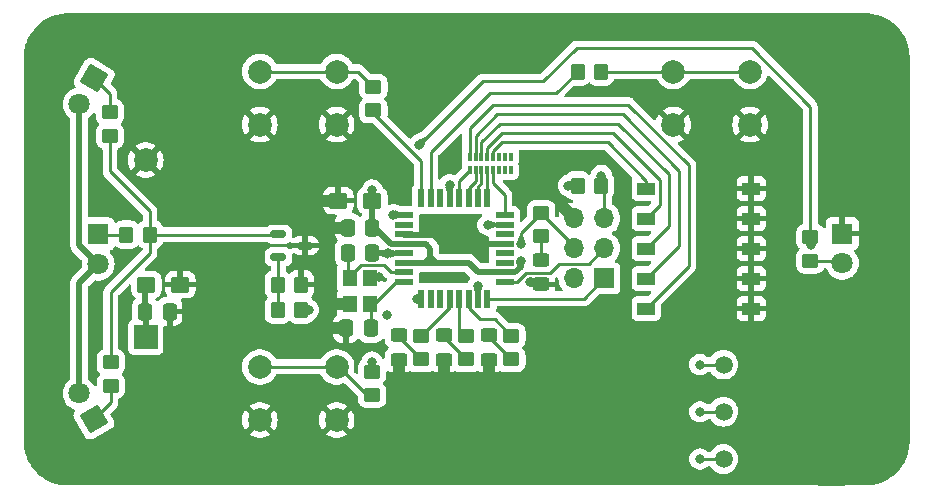
<source format=gtl>
G04 #@! TF.GenerationSoftware,KiCad,Pcbnew,8.0.2*
G04 #@! TF.CreationDate,2024-06-09T12:52:47+02:00*
G04 #@! TF.ProjectId,Remote,52656d6f-7465-42e6-9b69-6361645f7063,rev?*
G04 #@! TF.SameCoordinates,Original*
G04 #@! TF.FileFunction,Copper,L1,Top*
G04 #@! TF.FilePolarity,Positive*
%FSLAX46Y46*%
G04 Gerber Fmt 4.6, Leading zero omitted, Abs format (unit mm)*
G04 Created by KiCad (PCBNEW 8.0.2) date 2024-06-09 12:52:47*
%MOMM*%
%LPD*%
G01*
G04 APERTURE LIST*
G04 Aperture macros list*
%AMRoundRect*
0 Rectangle with rounded corners*
0 $1 Rounding radius*
0 $2 $3 $4 $5 $6 $7 $8 $9 X,Y pos of 4 corners*
0 Add a 4 corners polygon primitive as box body*
4,1,4,$2,$3,$4,$5,$6,$7,$8,$9,$2,$3,0*
0 Add four circle primitives for the rounded corners*
1,1,$1+$1,$2,$3*
1,1,$1+$1,$4,$5*
1,1,$1+$1,$6,$7*
1,1,$1+$1,$8,$9*
0 Add four rect primitives between the rounded corners*
20,1,$1+$1,$2,$3,$4,$5,0*
20,1,$1+$1,$4,$5,$6,$7,0*
20,1,$1+$1,$6,$7,$8,$9,0*
20,1,$1+$1,$8,$9,$2,$3,0*%
%AMRotRect*
0 Rectangle, with rotation*
0 The origin of the aperture is its center*
0 $1 length*
0 $2 width*
0 $3 Rotation angle, in degrees counterclockwise*
0 Add horizontal line*
21,1,$1,$2,0,0,$3*%
G04 Aperture macros list end*
G04 #@! TA.AperFunction,SMDPad,CuDef*
%ADD10RoundRect,0.250000X-0.450000X0.350000X-0.450000X-0.350000X0.450000X-0.350000X0.450000X0.350000X0*%
G04 #@! TD*
G04 #@! TA.AperFunction,SMDPad,CuDef*
%ADD11RoundRect,0.250000X0.350000X0.450000X-0.350000X0.450000X-0.350000X-0.450000X0.350000X-0.450000X0*%
G04 #@! TD*
G04 #@! TA.AperFunction,ComponentPad*
%ADD12R,1.700000X1.700000*%
G04 #@! TD*
G04 #@! TA.AperFunction,ComponentPad*
%ADD13O,1.700000X1.700000*%
G04 #@! TD*
G04 #@! TA.AperFunction,SMDPad,CuDef*
%ADD14C,1.500000*%
G04 #@! TD*
G04 #@! TA.AperFunction,SMDPad,CuDef*
%ADD15RoundRect,0.250000X0.450000X-0.325000X0.450000X0.325000X-0.450000X0.325000X-0.450000X-0.325000X0*%
G04 #@! TD*
G04 #@! TA.AperFunction,SMDPad,CuDef*
%ADD16RoundRect,0.250000X-0.350000X-0.450000X0.350000X-0.450000X0.350000X0.450000X-0.350000X0.450000X0*%
G04 #@! TD*
G04 #@! TA.AperFunction,SMDPad,CuDef*
%ADD17R,1.200000X1.400000*%
G04 #@! TD*
G04 #@! TA.AperFunction,SMDPad,CuDef*
%ADD18RoundRect,0.250000X0.450000X-0.350000X0.450000X0.350000X-0.450000X0.350000X-0.450000X-0.350000X0*%
G04 #@! TD*
G04 #@! TA.AperFunction,ComponentPad*
%ADD19C,0.800000*%
G04 #@! TD*
G04 #@! TA.AperFunction,ComponentPad*
%ADD20C,6.400000*%
G04 #@! TD*
G04 #@! TA.AperFunction,ComponentPad*
%ADD21RotRect,1.800000X1.800000X240.000000*%
G04 #@! TD*
G04 #@! TA.AperFunction,ComponentPad*
%ADD22C,1.800000*%
G04 #@! TD*
G04 #@! TA.AperFunction,ComponentPad*
%ADD23RotRect,1.800000X1.800000X300.000000*%
G04 #@! TD*
G04 #@! TA.AperFunction,ComponentPad*
%ADD24C,2.000000*%
G04 #@! TD*
G04 #@! TA.AperFunction,ComponentPad*
%ADD25R,1.800000X1.800000*%
G04 #@! TD*
G04 #@! TA.AperFunction,SMDPad,CuDef*
%ADD26RoundRect,0.250000X0.337500X0.475000X-0.337500X0.475000X-0.337500X-0.475000X0.337500X-0.475000X0*%
G04 #@! TD*
G04 #@! TA.AperFunction,SMDPad,CuDef*
%ADD27RoundRect,0.250000X-0.337500X-0.475000X0.337500X-0.475000X0.337500X0.475000X-0.337500X0.475000X0*%
G04 #@! TD*
G04 #@! TA.AperFunction,SMDPad,CuDef*
%ADD28R,1.600000X0.550000*%
G04 #@! TD*
G04 #@! TA.AperFunction,SMDPad,CuDef*
%ADD29R,0.550000X1.600000*%
G04 #@! TD*
G04 #@! TA.AperFunction,SMDPad,CuDef*
%ADD30RoundRect,0.150000X-0.512500X-0.150000X0.512500X-0.150000X0.512500X0.150000X-0.512500X0.150000X0*%
G04 #@! TD*
G04 #@! TA.AperFunction,SMDPad,CuDef*
%ADD31RoundRect,0.250000X-0.537500X-0.425000X0.537500X-0.425000X0.537500X0.425000X-0.537500X0.425000X0*%
G04 #@! TD*
G04 #@! TA.AperFunction,SMDPad,CuDef*
%ADD32R,0.300000X0.650000*%
G04 #@! TD*
G04 #@! TA.AperFunction,SMDPad,CuDef*
%ADD33RoundRect,0.250000X0.537500X0.425000X-0.537500X0.425000X-0.537500X-0.425000X0.537500X-0.425000X0*%
G04 #@! TD*
G04 #@! TA.AperFunction,SMDPad,CuDef*
%ADD34R,1.500000X1.100000*%
G04 #@! TD*
G04 #@! TA.AperFunction,ComponentPad*
%ADD35R,2.000000X2.000000*%
G04 #@! TD*
G04 #@! TA.AperFunction,ViaPad*
%ADD36C,0.800000*%
G04 #@! TD*
G04 #@! TA.AperFunction,Conductor*
%ADD37C,0.500000*%
G04 #@! TD*
G04 #@! TA.AperFunction,Conductor*
%ADD38C,0.250000*%
G04 #@! TD*
G04 #@! TA.AperFunction,Conductor*
%ADD39C,1.000000*%
G04 #@! TD*
G04 APERTURE END LIST*
D10*
X143845000Y-74176000D03*
X143845000Y-76176000D03*
D11*
X100745000Y-80367000D03*
X98745000Y-80367000D03*
D10*
X121066000Y-72128000D03*
X121066000Y-74128000D03*
D12*
X126405000Y-77685000D03*
D13*
X123865000Y-77685000D03*
X126405000Y-75145000D03*
X123865000Y-75145000D03*
X126405000Y-72605000D03*
X123865000Y-72605000D03*
D14*
X136495000Y-84984000D03*
D15*
X109006000Y-84567000D03*
X109006000Y-82517000D03*
D16*
X124135000Y-60174000D03*
X126135000Y-60174000D03*
D10*
X118531000Y-82542000D03*
X118531000Y-84542000D03*
D11*
X87945000Y-73976000D03*
X85945000Y-73976000D03*
D17*
X104854000Y-77616000D03*
X104854000Y-79816000D03*
X106554000Y-79816000D03*
X106554000Y-77616000D03*
D18*
X84545000Y-65619000D03*
X84545000Y-63619000D03*
D10*
X84622000Y-84776000D03*
X84622000Y-86776000D03*
D19*
X146095000Y-58984000D03*
X146797944Y-57286944D03*
X146797944Y-60681056D03*
X148495000Y-56584000D03*
D20*
X148495000Y-58984000D03*
D19*
X148495000Y-61384000D03*
X150192056Y-57286944D03*
X150192056Y-60681056D03*
X150895000Y-58984000D03*
D10*
X114721000Y-82542000D03*
X114721000Y-84542000D03*
D21*
X83215000Y-60743469D03*
D22*
X81945000Y-62943174D03*
D14*
X136495000Y-92984000D03*
X136495000Y-88984000D03*
D19*
X146095000Y-91484000D03*
X146797944Y-89786944D03*
X146797944Y-93181056D03*
X148495000Y-89084000D03*
D20*
X148495000Y-91484000D03*
D19*
X148495000Y-93884000D03*
X150192056Y-89786944D03*
X150192056Y-93181056D03*
X150895000Y-91484000D03*
D15*
X121066000Y-78201000D03*
X121066000Y-76151000D03*
D23*
X83195001Y-89591064D03*
D22*
X81945000Y-87426000D03*
D24*
X132245000Y-60176000D03*
X138745000Y-60176000D03*
X132245000Y-64676000D03*
X138745000Y-64676000D03*
D11*
X100745000Y-78208000D03*
X98745000Y-78208000D03*
D10*
X106745000Y-85576000D03*
X106745000Y-87576000D03*
D25*
X83545000Y-73926000D03*
D22*
X83545000Y-76466000D03*
D24*
X97245000Y-85176000D03*
X103745000Y-85176000D03*
X97245000Y-89676000D03*
X103745000Y-89676000D03*
D26*
X106741500Y-73382000D03*
X104666500Y-73382000D03*
D27*
X104539500Y-81916400D03*
X106614500Y-81916400D03*
D15*
X116626000Y-84567000D03*
X116626000Y-82517000D03*
D24*
X97245000Y-60176000D03*
X103745000Y-60176000D03*
X97245000Y-64676000D03*
X103745000Y-64676000D03*
D28*
X109455000Y-72360000D03*
X109455000Y-73160000D03*
X109455000Y-73960000D03*
X109455000Y-74760000D03*
X109455000Y-75560000D03*
X109455000Y-76360000D03*
X109455000Y-77160000D03*
X109455000Y-77960000D03*
D29*
X110905000Y-79410000D03*
X111705000Y-79410000D03*
X112505000Y-79410000D03*
X113305000Y-79410000D03*
X114105000Y-79410000D03*
X114905000Y-79410000D03*
X115705000Y-79410000D03*
X116505000Y-79410000D03*
D28*
X117955000Y-77960000D03*
X117955000Y-77160000D03*
X117955000Y-76360000D03*
X117955000Y-75560000D03*
X117955000Y-74760000D03*
X117955000Y-73960000D03*
X117955000Y-73160000D03*
X117955000Y-72360000D03*
D29*
X116505000Y-70910000D03*
X115705000Y-70910000D03*
X114905000Y-70910000D03*
X114105000Y-70910000D03*
X113305000Y-70910000D03*
X112505000Y-70910000D03*
X111705000Y-70910000D03*
X110905000Y-70910000D03*
D30*
X98807500Y-73956000D03*
X98807500Y-75856000D03*
X101082500Y-74906000D03*
D11*
X126135000Y-69826000D03*
X124135000Y-69826000D03*
D31*
X87629500Y-78208000D03*
X90504500Y-78208000D03*
D26*
X106741500Y-75541000D03*
X104666500Y-75541000D03*
D32*
X115003000Y-68526000D03*
X115503000Y-68526000D03*
X116003000Y-68526000D03*
X116503000Y-68526000D03*
X117003000Y-68526000D03*
X117503000Y-68526000D03*
X118003000Y-68526000D03*
X118503000Y-68526000D03*
X118503000Y-67376000D03*
X118003000Y-67376000D03*
X117503000Y-67376000D03*
X117003000Y-67376000D03*
X116503000Y-67376000D03*
X116003000Y-67376000D03*
X115503000Y-67376000D03*
X115003000Y-67376000D03*
D33*
X106760500Y-71096000D03*
X103885500Y-71096000D03*
D34*
X138856000Y-80240000D03*
X129956000Y-80240000D03*
X138856000Y-77700000D03*
X129956000Y-77700000D03*
X138856000Y-75160000D03*
X129956000Y-75160000D03*
X138856000Y-72620000D03*
X129956000Y-72620000D03*
X138856000Y-70080000D03*
X129956000Y-70080000D03*
D27*
X87521500Y-80494000D03*
X89596500Y-80494000D03*
D10*
X110911000Y-82542000D03*
X110911000Y-84542000D03*
D15*
X112816000Y-84567000D03*
X112816000Y-82517000D03*
D18*
X106847000Y-63460000D03*
X106847000Y-61460000D03*
D25*
X146545000Y-73890000D03*
D22*
X146545000Y-76390000D03*
D35*
X87580000Y-82671000D03*
D24*
X87580000Y-67681000D03*
D36*
X123357000Y-69826000D03*
X134495000Y-84984000D03*
X119355002Y-76176000D03*
X106760500Y-70207000D03*
X113745000Y-73976000D03*
X112943000Y-67667000D03*
X108101786Y-75579069D03*
X83545000Y-78589000D03*
X83545000Y-71731000D03*
X107355000Y-77573000D03*
X107990000Y-80748000D03*
X111673000Y-77547600D03*
X120145000Y-77976000D03*
X106745000Y-84776000D03*
X116545000Y-73176000D03*
X113304525Y-69776000D03*
X126145000Y-68976000D03*
X134495000Y-92984000D03*
X101370000Y-80367000D03*
X110545000Y-79410000D03*
X134495000Y-88984000D03*
X108531957Y-72297751D03*
X110745000Y-66376000D03*
X143870000Y-74859000D03*
X115706007Y-78317712D03*
X119355002Y-74779000D03*
D37*
X111273000Y-74760000D02*
X111673000Y-75160000D01*
X87629500Y-78208000D02*
X87629500Y-78462000D01*
X119355002Y-76684998D02*
X118880000Y-77160000D01*
X106760500Y-70207000D02*
X106760500Y-73363000D01*
X118880000Y-77160000D02*
X117955000Y-77160000D01*
X87580000Y-82671000D02*
X87580000Y-80552500D01*
X111165000Y-76360000D02*
X112181000Y-76360000D01*
X109455000Y-74760000D02*
X111273000Y-74760000D01*
X87580000Y-80552500D02*
X87521500Y-80494000D01*
D38*
X106741500Y-73382000D02*
X106974000Y-73382000D01*
D37*
X119355002Y-76176000D02*
X119355002Y-76684998D01*
X111673000Y-75160000D02*
X111673000Y-75922000D01*
X111603000Y-75922000D02*
X111165000Y-76360000D01*
X111743000Y-75922000D02*
X112181000Y-76360000D01*
X83545000Y-76466000D02*
X81945000Y-74866000D01*
X87521500Y-80494000D02*
X87521500Y-78316000D01*
X106951000Y-73382000D02*
X108329000Y-74760000D01*
X123357000Y-69826000D02*
X124135000Y-69826000D01*
X113197000Y-76360000D02*
X114905000Y-76360000D01*
X81945000Y-74866000D02*
X81945000Y-63037469D01*
X87521500Y-78316000D02*
X87629500Y-78208000D01*
X112181000Y-76360000D02*
X112435000Y-76360000D01*
X83545000Y-76466000D02*
X81945000Y-78066000D01*
D38*
X136495000Y-84984000D02*
X134495000Y-84984000D01*
D37*
X111673000Y-75922000D02*
X111673000Y-76360000D01*
X81945000Y-78066000D02*
X81945000Y-87428295D01*
X109455000Y-76360000D02*
X111165000Y-76360000D01*
X114905000Y-76360000D02*
X115705000Y-77160000D01*
X106741500Y-73382000D02*
X106951000Y-73382000D01*
X108329000Y-74760000D02*
X109455000Y-74760000D01*
X81945000Y-87428295D02*
X81955000Y-87438295D01*
X112435000Y-76360000D02*
X113197000Y-76360000D01*
D38*
X136495000Y-85234000D02*
X136495000Y-84984000D01*
D37*
X113311000Y-76360000D02*
X113451000Y-76360000D01*
X115705000Y-77160000D02*
X117955000Y-77160000D01*
X81945000Y-63037469D02*
X81850705Y-62943174D01*
D39*
X109006000Y-84567000D02*
X109006000Y-86463000D01*
D38*
X108120855Y-75560000D02*
X109455000Y-75560000D01*
D39*
X103885500Y-71096000D02*
X102529000Y-71096000D01*
D38*
X108101786Y-75579069D02*
X108120855Y-75560000D01*
D39*
X104854000Y-79816000D02*
X103037000Y-79816000D01*
X104539500Y-81916400D02*
X103062400Y-81916400D01*
X104666500Y-73382000D02*
X103037000Y-73382000D01*
D37*
X121053000Y-77976000D02*
X121066000Y-77963000D01*
X120145000Y-77976000D02*
X121053000Y-77976000D01*
X109471000Y-73976000D02*
X112345000Y-73976000D01*
D38*
X108101786Y-75579069D02*
X108063717Y-75541000D01*
X109455000Y-73960000D02*
X109471000Y-73976000D01*
D39*
X112816000Y-84567000D02*
X112816000Y-86705000D01*
D38*
X107312000Y-77616000D02*
X107355000Y-77573000D01*
D39*
X116626000Y-84567000D02*
X116626000Y-86657000D01*
X123865000Y-72605000D02*
X122745000Y-71485000D01*
D38*
X108063717Y-75541000D02*
X106741500Y-75541000D01*
D37*
X117955000Y-74760000D02*
X115545000Y-74760000D01*
D38*
X106554000Y-77616000D02*
X107312000Y-77616000D01*
X104666500Y-75541000D02*
X104666500Y-77428500D01*
X107770000Y-76591000D02*
X105779000Y-76591000D01*
X109455000Y-77160000D02*
X108339000Y-77160000D01*
X104666500Y-77428500D02*
X104854000Y-77616000D01*
X104854000Y-77516000D02*
X104854000Y-77616000D01*
X105779000Y-76591000D02*
X104854000Y-77516000D01*
X108339000Y-77160000D02*
X107770000Y-76591000D01*
X109455000Y-77960000D02*
X108791000Y-77960000D01*
X106614500Y-79876500D02*
X106554000Y-79816000D01*
X108791000Y-77960000D02*
X106935000Y-79816000D01*
X106614500Y-81891000D02*
X106614500Y-79876500D01*
X83595000Y-73976000D02*
X83545000Y-73926000D01*
X85945000Y-73976000D02*
X83595000Y-73976000D01*
X83225000Y-89561065D02*
X83225000Y-89638000D01*
X84622000Y-88164065D02*
X83225000Y-89561065D01*
X84622000Y-86955000D02*
X84622000Y-88164065D01*
X84545000Y-62073469D02*
X83215000Y-60743469D01*
X83215000Y-60743469D02*
X83120705Y-60743469D01*
X84545000Y-63442000D02*
X84545000Y-62073469D01*
X84368000Y-63619000D02*
X84545000Y-63442000D01*
X146205000Y-76176000D02*
X146445000Y-76416000D01*
X143845000Y-76176000D02*
X146205000Y-76176000D01*
X116545000Y-73176000D02*
X116561000Y-73160000D01*
X116561000Y-73160000D02*
X117955000Y-73160000D01*
X110905000Y-70910000D02*
X110905000Y-67736000D01*
X110905000Y-67736000D02*
X106745000Y-63576000D01*
X111705000Y-67016000D02*
X116737000Y-61984000D01*
X116737000Y-61984000D02*
X122325000Y-61984000D01*
X111705000Y-70910000D02*
X111705000Y-67016000D01*
X122325000Y-61984000D02*
X124135000Y-60174000D01*
X113305000Y-69776475D02*
X113305000Y-70910000D01*
X126405000Y-72605000D02*
X126405000Y-70096000D01*
X126145000Y-68976000D02*
X126135000Y-68986000D01*
X113304525Y-69776000D02*
X113305000Y-69776475D01*
X126405000Y-70096000D02*
X126135000Y-69826000D01*
X126135000Y-68986000D02*
X126135000Y-69826000D01*
X98807500Y-75856000D02*
X98807500Y-78145500D01*
X98807500Y-78145500D02*
X98745000Y-78208000D01*
X98745000Y-78208000D02*
X98745000Y-80367000D01*
X87945000Y-72006000D02*
X87945000Y-73976000D01*
X84545000Y-65796000D02*
X84545000Y-68606000D01*
X84545000Y-68606000D02*
X87945000Y-72006000D01*
X84622000Y-78843000D02*
X87945000Y-75520000D01*
X88179000Y-74210000D02*
X87945000Y-73976000D01*
X84368000Y-65619000D02*
X84545000Y-65796000D01*
X84622000Y-84955000D02*
X84622000Y-78843000D01*
X87945000Y-75520000D02*
X87945000Y-73976000D01*
X87945000Y-73976000D02*
X98787500Y-73976000D01*
X98787500Y-73976000D02*
X98807500Y-73956000D01*
X136495000Y-92984000D02*
X134495000Y-92984000D01*
X110545000Y-79410000D02*
X110905000Y-79410000D01*
X143870000Y-74859000D02*
X143870000Y-74201000D01*
X124053000Y-58176000D02*
X121245000Y-60984000D01*
X138885000Y-58176000D02*
X124053000Y-58176000D01*
X108594206Y-72360000D02*
X109455000Y-72360000D01*
X143845000Y-63136000D02*
X138885000Y-58176000D01*
X134495000Y-88984000D02*
X136245000Y-88984000D01*
X121245000Y-60984000D02*
X116137000Y-60984000D01*
X143870000Y-74201000D02*
X143845000Y-74176000D01*
X143845000Y-74176000D02*
X143845000Y-63136000D01*
X136245000Y-88984000D02*
X136495000Y-89234000D01*
X116137000Y-60984000D02*
X110745000Y-66376000D01*
X143870000Y-74859000D02*
X143845000Y-74834000D01*
X143845000Y-74834000D02*
X143845000Y-74176000D01*
X108531957Y-72297751D02*
X108594206Y-72360000D01*
X109006000Y-82517000D02*
X109006000Y-82637000D01*
X110886000Y-84567000D02*
X110911000Y-84542000D01*
X109006000Y-82637000D02*
X110911000Y-84542000D01*
X113305000Y-80148000D02*
X113305000Y-79410000D01*
X110911000Y-82542000D02*
X113305000Y-80148000D01*
X112816000Y-82637000D02*
X114721000Y-84542000D01*
X114696000Y-84567000D02*
X114721000Y-84542000D01*
X112816000Y-82517000D02*
X112816000Y-82637000D01*
X114721000Y-82542000D02*
X114105000Y-81926000D01*
X114105000Y-81926000D02*
X114105000Y-79410000D01*
X118506000Y-84567000D02*
X118531000Y-84542000D01*
X116626000Y-82637000D02*
X118531000Y-84542000D01*
X116626000Y-82517000D02*
X116626000Y-82637000D01*
X115864000Y-81129000D02*
X114905000Y-80170000D01*
X114905000Y-80170000D02*
X114905000Y-79410000D01*
X117118000Y-81129000D02*
X115864000Y-81129000D01*
X118531000Y-82542000D02*
X117118000Y-81129000D01*
X121066000Y-74128000D02*
X121066000Y-75913000D01*
X119355002Y-73838998D02*
X121066000Y-72128000D01*
X123865000Y-75145000D02*
X123865000Y-74927000D01*
X115706007Y-78317712D02*
X115705000Y-78318719D01*
X115705000Y-78318719D02*
X115705000Y-79410000D01*
X123865000Y-74927000D02*
X121066000Y-72128000D01*
X119355002Y-74779000D02*
X119355002Y-73838998D01*
X121833000Y-77192000D02*
X122595000Y-76430000D01*
X119801000Y-77192000D02*
X121833000Y-77192000D01*
X117955000Y-77960000D02*
X119033000Y-77960000D01*
X125120000Y-76430000D02*
X126405000Y-75145000D01*
X119033000Y-77960000D02*
X119801000Y-77192000D01*
X122595000Y-76430000D02*
X125120000Y-76430000D01*
X124680000Y-79410000D02*
X116505000Y-79410000D01*
X126405000Y-77685000D02*
X124680000Y-79410000D01*
X117003000Y-69634000D02*
X117003000Y-68526000D01*
X117955000Y-70586000D02*
X117003000Y-69634000D01*
X117955000Y-72360000D02*
X117955000Y-70586000D01*
X116503000Y-70908000D02*
X116503000Y-68526000D01*
X116505000Y-70910000D02*
X116503000Y-70908000D01*
X115503000Y-69418000D02*
X115503000Y-68623000D01*
X114905000Y-70910000D02*
X114905000Y-70016000D01*
X114905000Y-70016000D02*
X115503000Y-69418000D01*
X114105000Y-69424000D02*
X114105000Y-70910000D01*
X115003000Y-68526000D02*
X114105000Y-69424000D01*
X115705000Y-69938000D02*
X116003000Y-69640000D01*
X115705000Y-70910000D02*
X115705000Y-69938000D01*
X116003000Y-69640000D02*
X116003000Y-68526000D01*
X126687000Y-66176000D02*
X129956000Y-69445000D01*
X117761500Y-66176000D02*
X126687000Y-66176000D01*
X117003000Y-66934500D02*
X117761500Y-66176000D01*
X117003000Y-67376000D02*
X117003000Y-66934500D01*
X129956000Y-69445000D02*
X129956000Y-70080000D01*
X133545000Y-76651000D02*
X129956000Y-80240000D01*
X128445000Y-62976000D02*
X133545000Y-68076000D01*
X115003000Y-67376000D02*
X115003000Y-64918000D01*
X115003000Y-64918000D02*
X116945000Y-62976000D01*
X133545000Y-68076000D02*
X133545000Y-76651000D01*
X116945000Y-62976000D02*
X128445000Y-62976000D01*
X116503000Y-66618000D02*
X117745000Y-65376000D01*
X127145000Y-65376000D02*
X131145000Y-69376000D01*
X131145000Y-71431000D02*
X129956000Y-72620000D01*
X131145000Y-69376000D02*
X131145000Y-71431000D01*
X117745000Y-65376000D02*
X127145000Y-65376000D01*
X116503000Y-67376000D02*
X116503000Y-66618000D01*
X127945000Y-63776000D02*
X132745000Y-68576000D01*
X132745000Y-74911000D02*
X129956000Y-77700000D01*
X115503000Y-65618000D02*
X117345000Y-63776000D01*
X117345000Y-63776000D02*
X127945000Y-63776000D01*
X115503000Y-67376000D02*
X115503000Y-65618000D01*
X132745000Y-68576000D02*
X132745000Y-74911000D01*
X131845000Y-73271000D02*
X129956000Y-75160000D01*
X117545000Y-64576000D02*
X127545000Y-64576000D01*
X116003000Y-66118000D02*
X117545000Y-64576000D01*
X116003000Y-67376000D02*
X116003000Y-66118000D01*
X127545000Y-64576000D02*
X131845000Y-68876000D01*
X131845000Y-68876000D02*
X131845000Y-73271000D01*
X103909000Y-85176000D02*
X106309000Y-87576000D01*
X106309000Y-87576000D02*
X106694600Y-87576000D01*
X97245000Y-85176000D02*
X103909000Y-85176000D01*
X97245000Y-60176000D02*
X105563000Y-60176000D01*
X105563000Y-60176000D02*
X106745000Y-61358000D01*
X106745000Y-61358000D02*
X106745000Y-61576000D01*
X132243000Y-60174000D02*
X126135000Y-60174000D01*
X138745000Y-60176000D02*
X132245000Y-60176000D01*
X132245000Y-60176000D02*
X132243000Y-60174000D01*
G04 #@! TA.AperFunction,Conductor*
G36*
X152245000Y-91483217D02*
G01*
X152244989Y-91484840D01*
X152242504Y-91674703D01*
X152241836Y-91686041D01*
X152202051Y-92064573D01*
X152200020Y-92077393D01*
X152121058Y-92448877D01*
X152117699Y-92461414D01*
X152000337Y-92822619D01*
X151995686Y-92834736D01*
X151841209Y-93181697D01*
X151835316Y-93193262D01*
X151645421Y-93522171D01*
X151638352Y-93533056D01*
X151415118Y-93840311D01*
X151406950Y-93850398D01*
X151152818Y-94132640D01*
X151143640Y-94141818D01*
X150861398Y-94395950D01*
X150851311Y-94404118D01*
X150544056Y-94627352D01*
X150533171Y-94634421D01*
X150204262Y-94824316D01*
X150192697Y-94830209D01*
X149845736Y-94984686D01*
X149833619Y-94989337D01*
X149472414Y-95106699D01*
X149459877Y-95110058D01*
X149088393Y-95189020D01*
X149075574Y-95191051D01*
X148992784Y-95199753D01*
X148980750Y-95200429D01*
X144604473Y-95233180D01*
X144537288Y-95213997D01*
X144515864Y-95196864D01*
X144495000Y-95176000D01*
X144495000Y-86734000D01*
X152245000Y-86734000D01*
X152245000Y-91483217D01*
G37*
G04 #@! TD.AperFunction*
G04 #@! TA.AperFunction,Conductor*
G36*
X86988334Y-74896548D02*
G01*
X87032681Y-74925049D01*
X87126344Y-75018712D01*
X87260597Y-75101519D01*
X87307321Y-75153465D01*
X87319500Y-75207057D01*
X87319500Y-75209547D01*
X87299815Y-75276586D01*
X87283181Y-75297228D01*
X84223269Y-78357140D01*
X84223267Y-78357142D01*
X84194898Y-78385511D01*
X84136142Y-78444266D01*
X84107866Y-78486585D01*
X84107865Y-78486586D01*
X84067690Y-78546708D01*
X84067688Y-78546713D01*
X84042827Y-78606732D01*
X84042828Y-78606733D01*
X84020537Y-78660548D01*
X84016486Y-78680913D01*
X83999963Y-78763986D01*
X83996500Y-78781394D01*
X83996500Y-83603983D01*
X83976815Y-83671022D01*
X83924011Y-83716777D01*
X83911510Y-83721686D01*
X83890277Y-83728723D01*
X83852666Y-83741186D01*
X83852663Y-83741187D01*
X83703342Y-83833289D01*
X83579289Y-83957342D01*
X83487187Y-84106663D01*
X83487185Y-84106668D01*
X83481821Y-84122855D01*
X83432001Y-84273203D01*
X83432001Y-84273204D01*
X83432000Y-84273204D01*
X83421500Y-84375983D01*
X83421500Y-85176001D01*
X83421501Y-85176019D01*
X83432000Y-85278796D01*
X83432001Y-85278799D01*
X83487185Y-85445331D01*
X83487187Y-85445336D01*
X83579289Y-85594657D01*
X83672951Y-85688319D01*
X83706436Y-85749642D01*
X83701452Y-85819334D01*
X83672951Y-85863681D01*
X83579289Y-85957342D01*
X83487187Y-86106663D01*
X83487185Y-86106668D01*
X83464608Y-86174801D01*
X83432001Y-86273203D01*
X83432001Y-86273204D01*
X83432000Y-86273204D01*
X83421500Y-86375983D01*
X83421500Y-86714226D01*
X83401815Y-86781265D01*
X83349011Y-86827020D01*
X83279853Y-86836964D01*
X83216297Y-86807939D01*
X83183943Y-86764033D01*
X83182811Y-86761453D01*
X83180924Y-86757151D01*
X83101491Y-86635570D01*
X83053983Y-86562852D01*
X83053980Y-86562849D01*
X83053979Y-86562847D01*
X82896784Y-86392087D01*
X82855268Y-86359774D01*
X82743337Y-86272654D01*
X82702524Y-86215944D01*
X82695500Y-86174801D01*
X82695500Y-78428229D01*
X82715185Y-78361190D01*
X82731815Y-78340552D01*
X83192638Y-77879728D01*
X83253959Y-77846245D01*
X83300722Y-77845102D01*
X83428951Y-77866500D01*
X83428953Y-77866500D01*
X83661048Y-77866500D01*
X83661049Y-77866500D01*
X83889981Y-77828298D01*
X84109503Y-77752936D01*
X84313626Y-77642470D01*
X84320490Y-77637128D01*
X84436614Y-77546745D01*
X84496784Y-77499913D01*
X84653979Y-77329153D01*
X84663656Y-77314342D01*
X84688379Y-77276500D01*
X84780924Y-77134849D01*
X84874157Y-76922300D01*
X84931134Y-76697305D01*
X84931135Y-76697297D01*
X84950300Y-76466006D01*
X84950300Y-76465993D01*
X84931135Y-76234702D01*
X84931133Y-76234691D01*
X84874157Y-76009699D01*
X84780924Y-75797151D01*
X84653983Y-75602852D01*
X84653980Y-75602849D01*
X84653979Y-75602847D01*
X84559195Y-75499884D01*
X84528275Y-75437232D01*
X84536135Y-75367806D01*
X84580283Y-75313651D01*
X84607095Y-75299722D01*
X84687326Y-75269798D01*
X84687326Y-75269797D01*
X84687331Y-75269796D01*
X84802546Y-75183546D01*
X84888796Y-75068331D01*
X84899378Y-75039958D01*
X84941246Y-74984025D01*
X85006710Y-74959606D01*
X85074983Y-74974456D01*
X85103241Y-74995609D01*
X85126344Y-75018712D01*
X85275666Y-75110814D01*
X85442203Y-75165999D01*
X85544991Y-75176500D01*
X86345008Y-75176499D01*
X86345016Y-75176498D01*
X86345019Y-75176498D01*
X86401302Y-75170748D01*
X86447797Y-75165999D01*
X86614334Y-75110814D01*
X86763656Y-75018712D01*
X86857319Y-74925049D01*
X86918642Y-74891564D01*
X86988334Y-74896548D01*
G37*
G04 #@! TD.AperFunction*
G04 #@! TA.AperFunction,Conductor*
G36*
X83302404Y-63685058D02*
G01*
X83339736Y-63744118D01*
X83344500Y-63778158D01*
X83344500Y-64019000D01*
X83344501Y-64019019D01*
X83355000Y-64121796D01*
X83355001Y-64121799D01*
X83406979Y-64278656D01*
X83410186Y-64288334D01*
X83480734Y-64402712D01*
X83502289Y-64437657D01*
X83595951Y-64531319D01*
X83629436Y-64592642D01*
X83624452Y-64662334D01*
X83595951Y-64706681D01*
X83502289Y-64800342D01*
X83410187Y-64949663D01*
X83410185Y-64949668D01*
X83383714Y-65029553D01*
X83355001Y-65116203D01*
X83355001Y-65116204D01*
X83355000Y-65116204D01*
X83344500Y-65218983D01*
X83344500Y-66019001D01*
X83344501Y-66019019D01*
X83355000Y-66121796D01*
X83355001Y-66121799D01*
X83410185Y-66288331D01*
X83410187Y-66288336D01*
X83445069Y-66344888D01*
X83502288Y-66437656D01*
X83626344Y-66561712D01*
X83775666Y-66653814D01*
X83775668Y-66653815D01*
X83796110Y-66660588D01*
X83834502Y-66673310D01*
X83891947Y-66713081D01*
X83918772Y-66777596D01*
X83919500Y-66791016D01*
X83919500Y-68667607D01*
X83923896Y-68689713D01*
X83943535Y-68788444D01*
X83943537Y-68788451D01*
X83951273Y-68807129D01*
X83990685Y-68902281D01*
X83990687Y-68902284D01*
X83990688Y-68902286D01*
X84006352Y-68925728D01*
X84059141Y-69004732D01*
X84059144Y-69004736D01*
X84150586Y-69096178D01*
X84150608Y-69096198D01*
X87283181Y-72228771D01*
X87316666Y-72290094D01*
X87319500Y-72316452D01*
X87319500Y-72744942D01*
X87299815Y-72811981D01*
X87260598Y-72850479D01*
X87208479Y-72882627D01*
X87126342Y-72933289D01*
X87032681Y-73026951D01*
X86971358Y-73060436D01*
X86901666Y-73055452D01*
X86857319Y-73026951D01*
X86763657Y-72933289D01*
X86763656Y-72933288D01*
X86614334Y-72841186D01*
X86447797Y-72786001D01*
X86447795Y-72786000D01*
X86345010Y-72775500D01*
X85544998Y-72775500D01*
X85544980Y-72775501D01*
X85442203Y-72786000D01*
X85442200Y-72786001D01*
X85275668Y-72841185D01*
X85275663Y-72841187D01*
X85126341Y-72933290D01*
X85120681Y-72937766D01*
X85118903Y-72935517D01*
X85069026Y-72962722D01*
X84999337Y-72957704D01*
X84943423Y-72915806D01*
X84926544Y-72884876D01*
X84888797Y-72783671D01*
X84888793Y-72783664D01*
X84802547Y-72668455D01*
X84802544Y-72668452D01*
X84687335Y-72582206D01*
X84687328Y-72582202D01*
X84552482Y-72531908D01*
X84552483Y-72531908D01*
X84492883Y-72525501D01*
X84492881Y-72525500D01*
X84492873Y-72525500D01*
X84492865Y-72525500D01*
X82819500Y-72525500D01*
X82752461Y-72505815D01*
X82706706Y-72453011D01*
X82695500Y-72401500D01*
X82695500Y-64194372D01*
X82715185Y-64127333D01*
X82743338Y-64096518D01*
X82896784Y-63977087D01*
X83053979Y-63806327D01*
X83116692Y-63710336D01*
X83169837Y-63664981D01*
X83239068Y-63655557D01*
X83302404Y-63685058D01*
G37*
G04 #@! TD.AperFunction*
G04 #@! TA.AperFunction,Conductor*
G36*
X122429415Y-77582690D02*
G01*
X122485348Y-77624562D01*
X122509609Y-77688064D01*
X122529936Y-77920403D01*
X122529938Y-77920413D01*
X122591094Y-78148655D01*
X122591096Y-78148659D01*
X122591097Y-78148663D01*
X122661016Y-78298605D01*
X122690965Y-78362830D01*
X122690967Y-78362834D01*
X122781643Y-78492331D01*
X122819721Y-78546713D01*
X122826501Y-78556395D01*
X122826506Y-78556402D01*
X122842923Y-78572819D01*
X122876408Y-78634142D01*
X122871424Y-78703834D01*
X122829552Y-78759767D01*
X122764088Y-78784184D01*
X122755242Y-78784500D01*
X122382011Y-78784500D01*
X122314972Y-78764815D01*
X122269217Y-78712011D01*
X122258653Y-78647898D01*
X122265999Y-78575988D01*
X122266000Y-78575973D01*
X122266000Y-78451000D01*
X120940000Y-78451000D01*
X120872961Y-78431315D01*
X120827206Y-78378511D01*
X120816000Y-78327000D01*
X120816000Y-78075000D01*
X120835685Y-78007961D01*
X120888489Y-77962206D01*
X120940000Y-77951000D01*
X122265999Y-77951000D01*
X122265999Y-77826028D01*
X122265998Y-77826013D01*
X122255078Y-77719119D01*
X122267847Y-77650426D01*
X122290755Y-77618836D01*
X122298400Y-77611191D01*
X122359723Y-77577706D01*
X122429415Y-77582690D01*
G37*
G04 #@! TD.AperFunction*
G04 #@! TA.AperFunction,Conductor*
G36*
X114609809Y-77130185D02*
G01*
X114630451Y-77146819D01*
X115030347Y-77546715D01*
X115063832Y-77608038D01*
X115058848Y-77677730D01*
X115034816Y-77717368D01*
X114973473Y-77785496D01*
X114878828Y-77949427D01*
X114878826Y-77949431D01*
X114854656Y-78023819D01*
X114815218Y-78081494D01*
X114750859Y-78108692D01*
X114736726Y-78109500D01*
X114582130Y-78109500D01*
X114582120Y-78109501D01*
X114518248Y-78116367D01*
X114491742Y-78116367D01*
X114487483Y-78115909D01*
X114427873Y-78109500D01*
X114427864Y-78109500D01*
X113782129Y-78109500D01*
X113782120Y-78109501D01*
X113718248Y-78116367D01*
X113691742Y-78116367D01*
X113687483Y-78115909D01*
X113627873Y-78109500D01*
X113627864Y-78109500D01*
X112982129Y-78109500D01*
X112982120Y-78109501D01*
X112918248Y-78116367D01*
X112891742Y-78116367D01*
X112887483Y-78115909D01*
X112827873Y-78109500D01*
X112827864Y-78109500D01*
X112182129Y-78109500D01*
X112182120Y-78109501D01*
X112118248Y-78116367D01*
X112091742Y-78116367D01*
X112087483Y-78115909D01*
X112027873Y-78109500D01*
X112027864Y-78109500D01*
X111382129Y-78109500D01*
X111382120Y-78109501D01*
X111318248Y-78116367D01*
X111291742Y-78116367D01*
X111287483Y-78115909D01*
X111227873Y-78109500D01*
X111227867Y-78109500D01*
X110879499Y-78109500D01*
X110812460Y-78089815D01*
X110766705Y-78037011D01*
X110755499Y-77985500D01*
X110755499Y-77637129D01*
X110755499Y-77637128D01*
X110749091Y-77577517D01*
X110749089Y-77577513D01*
X110748632Y-77573255D01*
X110748632Y-77546745D01*
X110749089Y-77542486D01*
X110749091Y-77542483D01*
X110755500Y-77482873D01*
X110755499Y-77234498D01*
X110775183Y-77167461D01*
X110827987Y-77121706D01*
X110879499Y-77110500D01*
X111091082Y-77110500D01*
X111091083Y-77110500D01*
X111238917Y-77110500D01*
X111599082Y-77110500D01*
X111746918Y-77110500D01*
X112107082Y-77110500D01*
X112107083Y-77110500D01*
X112254918Y-77110500D01*
X112361082Y-77110500D01*
X113123082Y-77110500D01*
X113237082Y-77110500D01*
X113524918Y-77110500D01*
X114542770Y-77110500D01*
X114609809Y-77130185D01*
G37*
G04 #@! TD.AperFunction*
G04 #@! TA.AperFunction,Conductor*
G36*
X106747039Y-77236185D02*
G01*
X106792794Y-77288989D01*
X106804000Y-77340500D01*
X106804000Y-77366000D01*
X107609048Y-77366000D01*
X107676087Y-77385685D01*
X107696722Y-77402313D01*
X107940267Y-77645858D01*
X107947834Y-77650914D01*
X107982655Y-77674181D01*
X108027459Y-77727794D01*
X108036166Y-77797119D01*
X108006011Y-77860146D01*
X108001445Y-77864964D01*
X107865679Y-78000729D01*
X107804359Y-78034213D01*
X107734667Y-78029229D01*
X107678733Y-77987358D01*
X107654316Y-77921894D01*
X107654000Y-77913047D01*
X107654000Y-77866000D01*
X106428000Y-77866000D01*
X106360961Y-77846315D01*
X106315206Y-77793511D01*
X106304000Y-77742000D01*
X106304000Y-77340500D01*
X106323685Y-77273461D01*
X106376489Y-77227706D01*
X106428000Y-77216500D01*
X106680000Y-77216500D01*
X106747039Y-77236185D01*
G37*
G04 #@! TD.AperFunction*
G04 #@! TA.AperFunction,Conductor*
G36*
X111322514Y-72204089D02*
G01*
X111322517Y-72204091D01*
X111382127Y-72210500D01*
X112027872Y-72210499D01*
X112087483Y-72204091D01*
X112087486Y-72204089D01*
X112091744Y-72203632D01*
X112118254Y-72203632D01*
X112122514Y-72204089D01*
X112122517Y-72204091D01*
X112182127Y-72210500D01*
X112827872Y-72210499D01*
X112887483Y-72204091D01*
X112887486Y-72204089D01*
X112891744Y-72203632D01*
X112918254Y-72203632D01*
X112922514Y-72204089D01*
X112922517Y-72204091D01*
X112982127Y-72210500D01*
X113627872Y-72210499D01*
X113687483Y-72204091D01*
X113687486Y-72204089D01*
X113691744Y-72203632D01*
X113718254Y-72203632D01*
X113722514Y-72204089D01*
X113722517Y-72204091D01*
X113782127Y-72210500D01*
X114427872Y-72210499D01*
X114487483Y-72204091D01*
X114487486Y-72204089D01*
X114491744Y-72203632D01*
X114518254Y-72203632D01*
X114522514Y-72204089D01*
X114522517Y-72204091D01*
X114582127Y-72210500D01*
X115227872Y-72210499D01*
X115287483Y-72204091D01*
X115287486Y-72204089D01*
X115291744Y-72203632D01*
X115318254Y-72203632D01*
X115322514Y-72204089D01*
X115322517Y-72204091D01*
X115382127Y-72210500D01*
X115960243Y-72210499D01*
X116027282Y-72230183D01*
X116073037Y-72282987D01*
X116082981Y-72352146D01*
X116053956Y-72415702D01*
X116033129Y-72434817D01*
X115939127Y-72503113D01*
X115812466Y-72643785D01*
X115717821Y-72807715D01*
X115717818Y-72807722D01*
X115662450Y-72978128D01*
X115659326Y-72987744D01*
X115639540Y-73176000D01*
X115659326Y-73364256D01*
X115659327Y-73364259D01*
X115717818Y-73544277D01*
X115717821Y-73544284D01*
X115812467Y-73708216D01*
X115888400Y-73792548D01*
X115939129Y-73848888D01*
X116092265Y-73960148D01*
X116092270Y-73960151D01*
X116265192Y-74037142D01*
X116265197Y-74037144D01*
X116450354Y-74076500D01*
X116450355Y-74076500D01*
X116530501Y-74076500D01*
X116597540Y-74096185D01*
X116643295Y-74148989D01*
X116654501Y-74200500D01*
X116654501Y-74282876D01*
X116661619Y-74349092D01*
X116661619Y-74375599D01*
X116655000Y-74437169D01*
X116655000Y-74510000D01*
X116673591Y-74510000D01*
X116740630Y-74529685D01*
X116772855Y-74559686D01*
X116797454Y-74592546D01*
X116797455Y-74592546D01*
X116797456Y-74592548D01*
X116888540Y-74660734D01*
X116930411Y-74716668D01*
X116935395Y-74786359D01*
X116901909Y-74847682D01*
X116888540Y-74859266D01*
X116797456Y-74927451D01*
X116797454Y-74927454D01*
X116772856Y-74960312D01*
X116716924Y-75002182D01*
X116673591Y-75010000D01*
X116655000Y-75010000D01*
X116655000Y-75082844D01*
X116661619Y-75144398D01*
X116661620Y-75170909D01*
X116660909Y-75177514D01*
X116660909Y-75177517D01*
X116654500Y-75237127D01*
X116654500Y-75237134D01*
X116654500Y-75237135D01*
X116654500Y-75882870D01*
X116654501Y-75882879D01*
X116661367Y-75946751D01*
X116661367Y-75973257D01*
X116660909Y-75977516D01*
X116660909Y-75977517D01*
X116654500Y-76037127D01*
X116654500Y-76210500D01*
X116654501Y-76285500D01*
X116634817Y-76352539D01*
X116582013Y-76398294D01*
X116530501Y-76409500D01*
X116067230Y-76409500D01*
X116000191Y-76389815D01*
X115979549Y-76373181D01*
X115383421Y-75777052D01*
X115383418Y-75777049D01*
X115309192Y-75727454D01*
X115299759Y-75721151D01*
X115260495Y-75694916D01*
X115260492Y-75694914D01*
X115260491Y-75694914D01*
X115123917Y-75638343D01*
X115123907Y-75638340D01*
X114978920Y-75609500D01*
X114978918Y-75609500D01*
X113270918Y-75609500D01*
X112547500Y-75609500D01*
X112480461Y-75589815D01*
X112434706Y-75537011D01*
X112423500Y-75485500D01*
X112423500Y-75086079D01*
X112394659Y-74941092D01*
X112394658Y-74941091D01*
X112394658Y-74941087D01*
X112391508Y-74933483D01*
X112338087Y-74804511D01*
X112338080Y-74804498D01*
X112255952Y-74681585D01*
X112204119Y-74629752D01*
X112151416Y-74577049D01*
X112051698Y-74477331D01*
X111751421Y-74177052D01*
X111751418Y-74177049D01*
X111677192Y-74127454D01*
X111628495Y-74094916D01*
X111628492Y-74094914D01*
X111628491Y-74094914D01*
X111491917Y-74038343D01*
X111491907Y-74038340D01*
X111346920Y-74009500D01*
X111346918Y-74009500D01*
X110694954Y-74009500D01*
X110627915Y-73989815D01*
X110582160Y-73937011D01*
X110572216Y-73867853D01*
X110601241Y-73804297D01*
X110607273Y-73797819D01*
X110612543Y-73792548D01*
X110612542Y-73792548D01*
X110612546Y-73792546D01*
X110637143Y-73759687D01*
X110693076Y-73717818D01*
X110736409Y-73710000D01*
X110755000Y-73710000D01*
X110755000Y-73637172D01*
X110754999Y-73637160D01*
X110748380Y-73575604D01*
X110748380Y-73549090D01*
X110749090Y-73542485D01*
X110749091Y-73542483D01*
X110755500Y-73482873D01*
X110755499Y-72837128D01*
X110749091Y-72777517D01*
X110749089Y-72777513D01*
X110748632Y-72773255D01*
X110748632Y-72746745D01*
X110749089Y-72742486D01*
X110749091Y-72742483D01*
X110755500Y-72682873D01*
X110755499Y-72334498D01*
X110775183Y-72267460D01*
X110827987Y-72221705D01*
X110879499Y-72210499D01*
X111227871Y-72210499D01*
X111227872Y-72210499D01*
X111287483Y-72204091D01*
X111287486Y-72204089D01*
X111291744Y-72203632D01*
X111318254Y-72203632D01*
X111322514Y-72204089D01*
G37*
G04 #@! TD.AperFunction*
G04 #@! TA.AperFunction,Conductor*
G36*
X107814309Y-75310685D02*
G01*
X107834951Y-75327319D01*
X107850580Y-75342948D01*
X107850584Y-75342951D01*
X107973498Y-75425080D01*
X107973511Y-75425087D01*
X108110082Y-75481656D01*
X108110087Y-75481658D01*
X108244812Y-75508457D01*
X108306723Y-75540842D01*
X108341297Y-75601557D01*
X108337558Y-75671327D01*
X108302493Y-75719951D01*
X108303725Y-75721183D01*
X108297456Y-75727451D01*
X108297454Y-75727454D01*
X108272856Y-75760312D01*
X108216924Y-75802182D01*
X108173591Y-75810000D01*
X108155000Y-75810000D01*
X108155000Y-75886149D01*
X108153768Y-75886149D01*
X108138828Y-75949287D01*
X108088534Y-75997787D01*
X108020003Y-76011397D01*
X107983642Y-76002456D01*
X107952454Y-75989538D01*
X107952456Y-75989538D01*
X107952452Y-75989537D01*
X107952449Y-75989536D01*
X107952448Y-75989536D01*
X107928806Y-75984833D01*
X107866895Y-75952446D01*
X107832323Y-75891729D01*
X107829000Y-75863216D01*
X107829000Y-75791000D01*
X106991500Y-75791000D01*
X106991500Y-75841500D01*
X106971815Y-75908539D01*
X106919011Y-75954294D01*
X106867500Y-75965500D01*
X106615500Y-75965500D01*
X106548461Y-75945815D01*
X106502706Y-75893011D01*
X106491500Y-75841500D01*
X106491500Y-75415000D01*
X106511185Y-75347961D01*
X106563989Y-75302206D01*
X106615500Y-75291000D01*
X107747270Y-75291000D01*
X107814309Y-75310685D01*
G37*
G04 #@! TD.AperFunction*
G04 #@! TA.AperFunction,Conductor*
G36*
X114296834Y-65411270D02*
G01*
X114352767Y-65453142D01*
X114377184Y-65518606D01*
X114377500Y-65527452D01*
X114377500Y-66871299D01*
X114369682Y-66914632D01*
X114360686Y-66938753D01*
X114358909Y-66943517D01*
X114352500Y-67003127D01*
X114352500Y-67003134D01*
X114352500Y-67003135D01*
X114352500Y-67748870D01*
X114352501Y-67748876D01*
X114358909Y-67808484D01*
X114395901Y-67907668D01*
X114400885Y-67977360D01*
X114395901Y-67994332D01*
X114358909Y-68093514D01*
X114358908Y-68093516D01*
X114352501Y-68153116D01*
X114352501Y-68153123D01*
X114352500Y-68153135D01*
X114352500Y-68240547D01*
X114332815Y-68307586D01*
X114316181Y-68328228D01*
X113745075Y-68899333D01*
X113683752Y-68932818D01*
X113614060Y-68927834D01*
X113606958Y-68924931D01*
X113584333Y-68914857D01*
X113584327Y-68914855D01*
X113438526Y-68883865D01*
X113399171Y-68875500D01*
X113209879Y-68875500D01*
X113177422Y-68882398D01*
X113024722Y-68914855D01*
X113024717Y-68914857D01*
X112851795Y-68991848D01*
X112851790Y-68991851D01*
X112698654Y-69103111D01*
X112571991Y-69243785D01*
X112561886Y-69261287D01*
X112511318Y-69309501D01*
X112442711Y-69322723D01*
X112377847Y-69296754D01*
X112337319Y-69239840D01*
X112330500Y-69199285D01*
X112330500Y-67326452D01*
X112350185Y-67259413D01*
X112366819Y-67238771D01*
X114165819Y-65439771D01*
X114227142Y-65406286D01*
X114296834Y-65411270D01*
G37*
G04 #@! TD.AperFunction*
G04 #@! TA.AperFunction,Conductor*
G36*
X144495000Y-63734000D02*
G01*
X152245000Y-63676000D01*
X152245000Y-86734000D01*
X144495000Y-86734000D01*
X144495000Y-95176000D01*
X80353381Y-95176000D01*
X80327600Y-95173290D01*
X80030122Y-95110058D01*
X80017585Y-95106699D01*
X79656380Y-94989337D01*
X79644263Y-94984686D01*
X79297302Y-94830209D01*
X79285737Y-94824316D01*
X78956828Y-94634421D01*
X78945943Y-94627352D01*
X78638688Y-94404118D01*
X78628601Y-94395950D01*
X78346359Y-94141818D01*
X78337181Y-94132640D01*
X78083049Y-93850398D01*
X78074881Y-93840311D01*
X78022451Y-93768148D01*
X77851645Y-93533053D01*
X77844578Y-93522171D01*
X77841139Y-93516214D01*
X77654679Y-93193255D01*
X77648794Y-93181705D01*
X77560770Y-92984000D01*
X133589540Y-92984000D01*
X133609326Y-93172256D01*
X133609327Y-93172259D01*
X133667818Y-93352277D01*
X133667821Y-93352284D01*
X133762467Y-93516216D01*
X133864185Y-93629185D01*
X133889129Y-93656888D01*
X134042265Y-93768148D01*
X134042270Y-93768151D01*
X134215192Y-93845142D01*
X134215197Y-93845144D01*
X134400354Y-93884500D01*
X134400355Y-93884500D01*
X134589644Y-93884500D01*
X134589646Y-93884500D01*
X134774803Y-93845144D01*
X134947730Y-93768151D01*
X135100871Y-93656888D01*
X135103788Y-93653647D01*
X135106600Y-93650526D01*
X135166087Y-93613879D01*
X135198748Y-93609500D01*
X135341851Y-93609500D01*
X135408890Y-93629185D01*
X135443423Y-93662374D01*
X135533402Y-93790877D01*
X135688123Y-93945598D01*
X135867361Y-94071102D01*
X136065670Y-94163575D01*
X136277023Y-94220207D01*
X136459926Y-94236208D01*
X136494998Y-94239277D01*
X136495000Y-94239277D01*
X136495002Y-94239277D01*
X136523254Y-94236805D01*
X136712977Y-94220207D01*
X136924330Y-94163575D01*
X137122639Y-94071102D01*
X137301877Y-93945598D01*
X137456598Y-93790877D01*
X137582102Y-93611639D01*
X137674575Y-93413330D01*
X137731207Y-93201977D01*
X137750277Y-92984000D01*
X137748770Y-92966779D01*
X137746569Y-92941618D01*
X137731207Y-92766023D01*
X137674575Y-92554670D01*
X137582102Y-92356362D01*
X137582100Y-92356359D01*
X137582099Y-92356357D01*
X137456599Y-92177124D01*
X137402330Y-92122855D01*
X137301877Y-92022402D01*
X137122639Y-91896898D01*
X137122640Y-91896898D01*
X137122638Y-91896897D01*
X136995373Y-91837553D01*
X136924330Y-91804425D01*
X136924326Y-91804424D01*
X136924322Y-91804422D01*
X136712977Y-91747793D01*
X136495002Y-91728723D01*
X136494998Y-91728723D01*
X136349682Y-91741436D01*
X136277023Y-91747793D01*
X136277020Y-91747793D01*
X136065677Y-91804422D01*
X136065668Y-91804426D01*
X135867361Y-91896898D01*
X135867357Y-91896900D01*
X135688121Y-92022402D01*
X135533402Y-92177121D01*
X135443425Y-92305623D01*
X135388848Y-92349248D01*
X135341850Y-92358500D01*
X135198748Y-92358500D01*
X135131709Y-92338815D01*
X135106600Y-92317474D01*
X135100873Y-92311114D01*
X135100869Y-92311110D01*
X134947734Y-92199851D01*
X134947729Y-92199848D01*
X134774807Y-92122857D01*
X134774802Y-92122855D01*
X134629001Y-92091865D01*
X134589646Y-92083500D01*
X134400354Y-92083500D01*
X134367897Y-92090398D01*
X134215197Y-92122855D01*
X134215192Y-92122857D01*
X134042270Y-92199848D01*
X134042265Y-92199851D01*
X133889129Y-92311111D01*
X133762466Y-92451785D01*
X133667821Y-92615715D01*
X133667818Y-92615722D01*
X133609327Y-92795740D01*
X133609326Y-92795744D01*
X133589540Y-92984000D01*
X77560770Y-92984000D01*
X77494313Y-92834736D01*
X77489662Y-92822619D01*
X77372300Y-92461414D01*
X77368941Y-92448877D01*
X77345546Y-92338815D01*
X77289978Y-92077391D01*
X77287948Y-92064573D01*
X77267633Y-91871287D01*
X77248162Y-91686029D01*
X77247495Y-91674713D01*
X77245011Y-91484839D01*
X77245000Y-91483217D01*
X77245000Y-62943167D01*
X80539700Y-62943167D01*
X80539700Y-62943180D01*
X80558864Y-63174471D01*
X80558866Y-63174482D01*
X80615842Y-63399474D01*
X80709075Y-63612022D01*
X80836016Y-63806321D01*
X80836019Y-63806325D01*
X80836021Y-63806327D01*
X80993216Y-63977087D01*
X81146662Y-64096518D01*
X81187475Y-64153229D01*
X81194500Y-64194372D01*
X81194500Y-74939918D01*
X81194500Y-74939920D01*
X81194499Y-74939920D01*
X81223340Y-75084907D01*
X81223343Y-75084917D01*
X81279912Y-75221488D01*
X81279920Y-75221502D01*
X81307981Y-75263497D01*
X81307982Y-75263500D01*
X81307983Y-75263500D01*
X81350624Y-75327319D01*
X81362049Y-75344417D01*
X82127930Y-76110298D01*
X82161415Y-76171621D01*
X82160456Y-76228415D01*
X82158865Y-76234697D01*
X82139700Y-76465993D01*
X82139700Y-76466006D01*
X82158865Y-76697304D01*
X82158865Y-76697307D01*
X82160454Y-76703578D01*
X82157830Y-76773398D01*
X82127930Y-76821700D01*
X81362047Y-77587584D01*
X81362043Y-77587589D01*
X81319733Y-77650914D01*
X81319732Y-77650916D01*
X81279919Y-77710499D01*
X81279912Y-77710511D01*
X81223343Y-77847082D01*
X81223340Y-77847092D01*
X81194500Y-77992079D01*
X81194500Y-86174801D01*
X81174815Y-86241840D01*
X81146663Y-86272654D01*
X80993218Y-86392085D01*
X80836016Y-86562852D01*
X80709075Y-86757151D01*
X80615842Y-86969699D01*
X80558866Y-87194691D01*
X80558864Y-87194702D01*
X80539700Y-87425993D01*
X80539700Y-87426006D01*
X80558864Y-87657297D01*
X80558866Y-87657308D01*
X80615842Y-87882300D01*
X80709075Y-88094848D01*
X80836016Y-88289147D01*
X80836019Y-88289151D01*
X80836021Y-88289153D01*
X80993216Y-88459913D01*
X80993219Y-88459915D01*
X80993222Y-88459918D01*
X81176365Y-88602464D01*
X81176371Y-88602468D01*
X81176374Y-88602470D01*
X81380497Y-88712936D01*
X81432206Y-88730687D01*
X81514273Y-88758862D01*
X81571288Y-88799248D01*
X81597419Y-88864047D01*
X81584367Y-88932687D01*
X81569629Y-88955092D01*
X81533815Y-88998467D01*
X81533813Y-88998469D01*
X81477162Y-89130764D01*
X81477161Y-89130767D01*
X81460073Y-89273673D01*
X81460074Y-89273675D01*
X81483939Y-89415599D01*
X81483940Y-89415603D01*
X81483941Y-89415604D01*
X81505221Y-89463708D01*
X81508198Y-89470436D01*
X82456064Y-91112188D01*
X82491423Y-91160615D01*
X82602404Y-91252249D01*
X82602406Y-91252251D01*
X82734701Y-91308902D01*
X82734704Y-91308903D01*
X82734707Y-91308904D01*
X82855152Y-91323305D01*
X82877610Y-91325991D01*
X82877610Y-91325990D01*
X82877611Y-91325991D01*
X82996737Y-91305958D01*
X83019536Y-91302125D01*
X83019536Y-91302124D01*
X83019541Y-91302124D01*
X83074369Y-91277869D01*
X84716132Y-90329996D01*
X84764552Y-90294641D01*
X84856187Y-90183660D01*
X84912841Y-90051358D01*
X84929928Y-89908454D01*
X84910157Y-89790881D01*
X84906062Y-89766528D01*
X84906061Y-89766526D01*
X84906061Y-89766524D01*
X84881806Y-89711696D01*
X84861193Y-89675994D01*
X95739859Y-89675994D01*
X95739859Y-89676005D01*
X95760385Y-89923729D01*
X95760387Y-89923738D01*
X95821412Y-90164717D01*
X95921266Y-90392364D01*
X96021564Y-90545882D01*
X96721212Y-89846234D01*
X96732482Y-89888292D01*
X96804890Y-90013708D01*
X96907292Y-90116110D01*
X97032708Y-90188518D01*
X97074765Y-90199787D01*
X96374942Y-90899609D01*
X96421768Y-90936055D01*
X96421770Y-90936056D01*
X96640385Y-91054364D01*
X96640396Y-91054369D01*
X96875506Y-91135083D01*
X97120707Y-91176000D01*
X97369293Y-91176000D01*
X97614493Y-91135083D01*
X97849603Y-91054369D01*
X97849614Y-91054364D01*
X98068228Y-90936057D01*
X98068231Y-90936055D01*
X98115056Y-90899609D01*
X97415234Y-90199787D01*
X97457292Y-90188518D01*
X97582708Y-90116110D01*
X97685110Y-90013708D01*
X97757518Y-89888292D01*
X97768787Y-89846235D01*
X98468434Y-90545882D01*
X98568731Y-90392369D01*
X98668587Y-90164717D01*
X98729612Y-89923738D01*
X98729614Y-89923729D01*
X98750141Y-89676005D01*
X98750141Y-89675994D01*
X102239859Y-89675994D01*
X102239859Y-89676005D01*
X102260385Y-89923729D01*
X102260387Y-89923738D01*
X102321412Y-90164717D01*
X102421266Y-90392364D01*
X102521564Y-90545882D01*
X103221212Y-89846234D01*
X103232482Y-89888292D01*
X103304890Y-90013708D01*
X103407292Y-90116110D01*
X103532708Y-90188518D01*
X103574765Y-90199787D01*
X102874942Y-90899609D01*
X102921768Y-90936055D01*
X102921770Y-90936056D01*
X103140385Y-91054364D01*
X103140396Y-91054369D01*
X103375506Y-91135083D01*
X103620707Y-91176000D01*
X103869293Y-91176000D01*
X104114493Y-91135083D01*
X104349603Y-91054369D01*
X104349614Y-91054364D01*
X104568228Y-90936057D01*
X104568231Y-90936055D01*
X104615056Y-90899609D01*
X103915234Y-90199787D01*
X103957292Y-90188518D01*
X104082708Y-90116110D01*
X104185110Y-90013708D01*
X104257518Y-89888292D01*
X104268787Y-89846235D01*
X104968434Y-90545882D01*
X105068731Y-90392369D01*
X105168587Y-90164717D01*
X105229612Y-89923738D01*
X105229614Y-89923729D01*
X105250141Y-89676005D01*
X105250141Y-89675994D01*
X105229614Y-89428270D01*
X105229612Y-89428261D01*
X105168587Y-89187282D01*
X105079421Y-88984000D01*
X133589540Y-88984000D01*
X133609326Y-89172256D01*
X133609327Y-89172259D01*
X133667818Y-89352277D01*
X133667821Y-89352284D01*
X133762467Y-89516216D01*
X133864185Y-89629185D01*
X133889129Y-89656888D01*
X134042265Y-89768148D01*
X134042270Y-89768151D01*
X134215192Y-89845142D01*
X134215197Y-89845144D01*
X134400354Y-89884500D01*
X134400355Y-89884500D01*
X134589644Y-89884500D01*
X134589646Y-89884500D01*
X134774803Y-89845144D01*
X134947730Y-89768151D01*
X135100871Y-89656888D01*
X135103788Y-89653647D01*
X135106600Y-89650526D01*
X135166087Y-89613879D01*
X135198748Y-89609500D01*
X135341851Y-89609500D01*
X135408890Y-89629185D01*
X135443423Y-89662374D01*
X135533402Y-89790877D01*
X135688123Y-89945598D01*
X135867361Y-90071102D01*
X136065670Y-90163575D01*
X136277023Y-90220207D01*
X136459926Y-90236208D01*
X136494998Y-90239277D01*
X136495000Y-90239277D01*
X136495002Y-90239277D01*
X136523254Y-90236805D01*
X136712977Y-90220207D01*
X136924330Y-90163575D01*
X137122639Y-90071102D01*
X137301877Y-89945598D01*
X137456598Y-89790877D01*
X137582102Y-89611639D01*
X137674575Y-89413330D01*
X137731207Y-89201977D01*
X137750277Y-88984000D01*
X137731207Y-88766023D01*
X137687383Y-88602470D01*
X137674577Y-88554677D01*
X137674576Y-88554676D01*
X137674575Y-88554670D01*
X137582102Y-88356362D01*
X137582100Y-88356359D01*
X137582099Y-88356357D01*
X137456599Y-88177124D01*
X137381934Y-88102459D01*
X137301877Y-88022402D01*
X137122639Y-87896898D01*
X137122640Y-87896898D01*
X137122638Y-87896897D01*
X136979838Y-87830309D01*
X136924330Y-87804425D01*
X136924326Y-87804424D01*
X136924322Y-87804422D01*
X136712977Y-87747793D01*
X136495002Y-87728723D01*
X136494998Y-87728723D01*
X136349682Y-87741436D01*
X136277023Y-87747793D01*
X136277020Y-87747793D01*
X136065677Y-87804422D01*
X136065668Y-87804426D01*
X135867361Y-87896898D01*
X135867357Y-87896900D01*
X135688121Y-88022402D01*
X135533402Y-88177121D01*
X135443425Y-88305623D01*
X135388848Y-88349248D01*
X135341850Y-88358500D01*
X135198748Y-88358500D01*
X135131709Y-88338815D01*
X135106600Y-88317474D01*
X135100873Y-88311114D01*
X135100869Y-88311110D01*
X134947734Y-88199851D01*
X134947729Y-88199848D01*
X134774807Y-88122857D01*
X134774802Y-88122855D01*
X134629001Y-88091865D01*
X134589646Y-88083500D01*
X134400354Y-88083500D01*
X134367897Y-88090398D01*
X134215197Y-88122855D01*
X134215192Y-88122857D01*
X134042270Y-88199848D01*
X134042265Y-88199851D01*
X133889129Y-88311111D01*
X133762466Y-88451785D01*
X133667821Y-88615715D01*
X133667818Y-88615722D01*
X133611745Y-88788298D01*
X133609326Y-88795744D01*
X133589540Y-88984000D01*
X105079421Y-88984000D01*
X105068731Y-88959630D01*
X104968434Y-88806116D01*
X104268787Y-89505764D01*
X104257518Y-89463708D01*
X104185110Y-89338292D01*
X104082708Y-89235890D01*
X103957292Y-89163482D01*
X103915235Y-89152212D01*
X104615057Y-88452390D01*
X104615056Y-88452389D01*
X104568229Y-88415943D01*
X104349614Y-88297635D01*
X104349603Y-88297630D01*
X104114493Y-88216916D01*
X103869293Y-88176000D01*
X103620707Y-88176000D01*
X103375506Y-88216916D01*
X103140396Y-88297630D01*
X103140390Y-88297632D01*
X102921761Y-88415949D01*
X102874942Y-88452388D01*
X102874942Y-88452390D01*
X103574765Y-89152212D01*
X103532708Y-89163482D01*
X103407292Y-89235890D01*
X103304890Y-89338292D01*
X103232482Y-89463708D01*
X103221212Y-89505764D01*
X102521564Y-88806116D01*
X102421267Y-88959632D01*
X102321412Y-89187282D01*
X102260387Y-89428261D01*
X102260385Y-89428270D01*
X102239859Y-89675994D01*
X98750141Y-89675994D01*
X98729614Y-89428270D01*
X98729612Y-89428261D01*
X98668587Y-89187282D01*
X98568731Y-88959630D01*
X98468434Y-88806116D01*
X97768787Y-89505764D01*
X97757518Y-89463708D01*
X97685110Y-89338292D01*
X97582708Y-89235890D01*
X97457292Y-89163482D01*
X97415235Y-89152212D01*
X98115057Y-88452390D01*
X98115056Y-88452389D01*
X98068229Y-88415943D01*
X97849614Y-88297635D01*
X97849603Y-88297630D01*
X97614493Y-88216916D01*
X97369293Y-88176000D01*
X97120707Y-88176000D01*
X96875506Y-88216916D01*
X96640396Y-88297630D01*
X96640390Y-88297632D01*
X96421761Y-88415949D01*
X96374942Y-88452388D01*
X96374942Y-88452390D01*
X97074765Y-89152212D01*
X97032708Y-89163482D01*
X96907292Y-89235890D01*
X96804890Y-89338292D01*
X96732482Y-89463708D01*
X96721212Y-89505764D01*
X96021564Y-88806116D01*
X95921267Y-88959632D01*
X95821412Y-89187282D01*
X95760387Y-89428261D01*
X95760385Y-89428270D01*
X95739859Y-89675994D01*
X84861193Y-89675994D01*
X84801499Y-89572601D01*
X84591594Y-89209034D01*
X84575121Y-89141134D01*
X84597974Y-89075107D01*
X84611287Y-89059366D01*
X85107857Y-88562799D01*
X85176311Y-88460351D01*
X85189012Y-88429688D01*
X85223463Y-88346517D01*
X85234874Y-88289147D01*
X85235997Y-88283503D01*
X85235997Y-88283500D01*
X85247500Y-88225672D01*
X85247500Y-88102459D01*
X85247500Y-87948016D01*
X85267185Y-87880977D01*
X85319989Y-87835222D01*
X85332488Y-87830313D01*
X85391334Y-87810814D01*
X85540656Y-87718712D01*
X85664712Y-87594656D01*
X85756814Y-87445334D01*
X85811999Y-87278797D01*
X85822500Y-87176009D01*
X85822499Y-86375992D01*
X85811999Y-86273203D01*
X85756814Y-86106666D01*
X85664712Y-85957344D01*
X85571049Y-85863681D01*
X85537564Y-85802358D01*
X85542548Y-85732666D01*
X85571049Y-85688319D01*
X85617370Y-85641998D01*
X85664712Y-85594656D01*
X85756814Y-85445334D01*
X85811999Y-85278797D01*
X85822500Y-85176009D01*
X85822499Y-84375992D01*
X85815871Y-84311112D01*
X85811999Y-84273203D01*
X85811998Y-84273200D01*
X85756814Y-84106666D01*
X85664712Y-83957344D01*
X85540656Y-83833288D01*
X85391334Y-83741186D01*
X85332493Y-83721688D01*
X85275051Y-83681916D01*
X85248228Y-83617400D01*
X85247500Y-83603983D01*
X85247500Y-79153452D01*
X85267185Y-79086413D01*
X85283819Y-79065771D01*
X85706737Y-78642853D01*
X86129821Y-78219768D01*
X86191142Y-78186285D01*
X86260833Y-78191269D01*
X86316767Y-78233141D01*
X86341184Y-78298605D01*
X86341500Y-78307451D01*
X86341500Y-78683001D01*
X86341501Y-78683019D01*
X86352000Y-78785796D01*
X86352001Y-78785799D01*
X86407185Y-78952331D01*
X86407187Y-78952336D01*
X86422604Y-78977331D01*
X86499288Y-79101656D01*
X86623344Y-79225712D01*
X86670827Y-79254999D01*
X86717552Y-79306947D01*
X86728775Y-79375909D01*
X86700931Y-79439992D01*
X86693413Y-79448219D01*
X86591287Y-79550345D01*
X86499187Y-79699663D01*
X86499185Y-79699668D01*
X86477800Y-79764204D01*
X86444001Y-79866203D01*
X86444001Y-79866204D01*
X86444000Y-79866204D01*
X86433500Y-79968983D01*
X86433500Y-81019001D01*
X86433501Y-81019019D01*
X86440735Y-81089827D01*
X86427965Y-81158520D01*
X86380084Y-81209404D01*
X86360713Y-81218609D01*
X86337665Y-81227205D01*
X86222455Y-81313452D01*
X86222452Y-81313455D01*
X86136206Y-81428664D01*
X86136202Y-81428671D01*
X86085908Y-81563517D01*
X86079501Y-81623116D01*
X86079500Y-81623135D01*
X86079500Y-83718870D01*
X86079501Y-83718876D01*
X86085908Y-83778483D01*
X86136202Y-83913328D01*
X86136206Y-83913335D01*
X86222452Y-84028544D01*
X86222455Y-84028547D01*
X86337664Y-84114793D01*
X86337671Y-84114797D01*
X86472517Y-84165091D01*
X86472516Y-84165091D01*
X86479444Y-84165835D01*
X86532127Y-84171500D01*
X88627872Y-84171499D01*
X88687483Y-84165091D01*
X88822331Y-84114796D01*
X88937546Y-84028546D01*
X89023796Y-83913331D01*
X89074091Y-83778483D01*
X89080500Y-83718873D01*
X89080499Y-82441386D01*
X103452001Y-82441386D01*
X103462494Y-82544097D01*
X103517641Y-82710519D01*
X103517643Y-82710524D01*
X103609684Y-82859745D01*
X103733654Y-82983715D01*
X103882875Y-83075756D01*
X103882880Y-83075758D01*
X104049302Y-83130905D01*
X104049309Y-83130906D01*
X104152019Y-83141399D01*
X104289499Y-83141399D01*
X104289500Y-83141398D01*
X104289500Y-82166400D01*
X103452001Y-82166400D01*
X103452001Y-82441386D01*
X89080499Y-82441386D01*
X89080499Y-81842929D01*
X89100184Y-81775891D01*
X89152987Y-81730136D01*
X89205864Y-81720042D01*
X89205864Y-81719000D01*
X89346499Y-81718999D01*
X89846500Y-81718999D01*
X89983972Y-81718999D01*
X89983986Y-81718998D01*
X90086697Y-81708505D01*
X90253119Y-81653358D01*
X90253124Y-81653356D01*
X90402345Y-81561315D01*
X90526315Y-81437345D01*
X90618356Y-81288124D01*
X90618358Y-81288119D01*
X90673505Y-81121697D01*
X90673506Y-81121690D01*
X90683999Y-81018986D01*
X90684000Y-81018973D01*
X90684000Y-80744000D01*
X89846500Y-80744000D01*
X89846500Y-81718999D01*
X89346499Y-81718999D01*
X89346500Y-81718998D01*
X89346500Y-80368000D01*
X89366185Y-80300961D01*
X89418989Y-80255206D01*
X89470500Y-80244000D01*
X90683999Y-80244000D01*
X90683999Y-79969028D01*
X90683998Y-79969013D01*
X90673505Y-79866302D01*
X90618358Y-79699880D01*
X90618356Y-79699875D01*
X90539541Y-79572096D01*
X90521101Y-79504703D01*
X90542024Y-79438040D01*
X90595666Y-79393270D01*
X90645080Y-79382999D01*
X91091972Y-79382999D01*
X91091986Y-79382998D01*
X91194697Y-79372505D01*
X91361119Y-79317358D01*
X91361124Y-79317356D01*
X91510345Y-79225315D01*
X91634315Y-79101345D01*
X91726356Y-78952124D01*
X91726358Y-78952119D01*
X91781505Y-78785697D01*
X91781506Y-78785690D01*
X91791999Y-78682986D01*
X91792000Y-78682973D01*
X91792000Y-78458000D01*
X89217001Y-78458000D01*
X89217001Y-78682986D01*
X89227494Y-78785697D01*
X89282641Y-78952119D01*
X89282646Y-78952130D01*
X89361458Y-79079903D01*
X89379899Y-79147295D01*
X89358977Y-79213959D01*
X89305335Y-79258729D01*
X89255922Y-79269000D01*
X89209030Y-79269000D01*
X89209012Y-79269001D01*
X89106302Y-79279494D01*
X88939880Y-79334641D01*
X88939875Y-79334643D01*
X88790654Y-79426684D01*
X88666683Y-79550655D01*
X88666679Y-79550660D01*
X88664826Y-79553665D01*
X88663018Y-79555290D01*
X88662202Y-79556323D01*
X88662025Y-79556183D01*
X88612874Y-79600385D01*
X88543911Y-79611601D01*
X88479831Y-79583752D01*
X88453753Y-79553653D01*
X88452053Y-79550897D01*
X88451712Y-79550344D01*
X88427826Y-79526458D01*
X88394341Y-79465135D01*
X88399325Y-79395443D01*
X88441197Y-79339510D01*
X88476502Y-79321071D01*
X88486334Y-79317814D01*
X88635656Y-79225712D01*
X88759712Y-79101656D01*
X88851814Y-78952334D01*
X88906999Y-78785797D01*
X88917500Y-78683009D01*
X88917499Y-77733013D01*
X89217000Y-77733013D01*
X89217000Y-77958000D01*
X90254500Y-77958000D01*
X90754500Y-77958000D01*
X91791999Y-77958000D01*
X91791999Y-77733028D01*
X91791998Y-77733013D01*
X91781505Y-77630302D01*
X91726358Y-77463880D01*
X91726356Y-77463875D01*
X91634315Y-77314654D01*
X91510345Y-77190684D01*
X91361124Y-77098643D01*
X91361119Y-77098641D01*
X91194697Y-77043494D01*
X91194690Y-77043493D01*
X91091986Y-77033000D01*
X90754500Y-77033000D01*
X90754500Y-77958000D01*
X90254500Y-77958000D01*
X90254500Y-77033000D01*
X89917028Y-77033000D01*
X89917012Y-77033001D01*
X89814302Y-77043494D01*
X89647880Y-77098641D01*
X89647875Y-77098643D01*
X89498654Y-77190684D01*
X89374684Y-77314654D01*
X89282643Y-77463875D01*
X89282641Y-77463880D01*
X89227494Y-77630302D01*
X89227493Y-77630309D01*
X89217000Y-77733013D01*
X88917499Y-77733013D01*
X88917499Y-77732992D01*
X88914947Y-77708013D01*
X88906999Y-77630203D01*
X88906998Y-77630200D01*
X88893920Y-77590733D01*
X88851814Y-77463666D01*
X88759712Y-77314344D01*
X88635656Y-77190288D01*
X88519609Y-77118710D01*
X88486336Y-77098187D01*
X88486331Y-77098185D01*
X88445633Y-77084699D01*
X88319797Y-77043001D01*
X88319795Y-77043000D01*
X88217016Y-77032500D01*
X88217009Y-77032500D01*
X87616452Y-77032500D01*
X87549413Y-77012815D01*
X87503658Y-76960011D01*
X87493714Y-76890853D01*
X87522739Y-76827297D01*
X87528771Y-76820819D01*
X88430855Y-75918736D01*
X88430858Y-75918733D01*
X88437669Y-75908539D01*
X88499312Y-75816285D01*
X88529688Y-75742951D01*
X88546463Y-75702452D01*
X88552281Y-75673203D01*
X88552958Y-75669800D01*
X88552958Y-75669798D01*
X88558826Y-75640298D01*
X97644500Y-75640298D01*
X97644500Y-76071701D01*
X97647401Y-76108567D01*
X97647402Y-76108573D01*
X97693254Y-76266393D01*
X97693255Y-76266396D01*
X97776917Y-76407862D01*
X97776923Y-76407870D01*
X97893129Y-76524076D01*
X97893133Y-76524079D01*
X97893135Y-76524081D01*
X98034602Y-76607744D01*
X98092595Y-76624592D01*
X98151480Y-76662197D01*
X98180687Y-76725669D01*
X98182000Y-76743668D01*
X98182000Y-76948409D01*
X98162315Y-77015448D01*
X98109511Y-77061203D01*
X98097006Y-77066114D01*
X98075668Y-77073184D01*
X97926342Y-77165289D01*
X97802289Y-77289342D01*
X97710187Y-77438663D01*
X97710185Y-77438668D01*
X97701831Y-77463880D01*
X97655001Y-77605203D01*
X97655001Y-77605204D01*
X97655000Y-77605204D01*
X97644500Y-77707983D01*
X97644500Y-78708001D01*
X97644501Y-78708019D01*
X97655000Y-78810796D01*
X97655001Y-78810799D01*
X97710185Y-78977331D01*
X97710187Y-78977336D01*
X97742110Y-79029091D01*
X97802094Y-79126342D01*
X97802289Y-79126657D01*
X97875451Y-79199819D01*
X97908936Y-79261142D01*
X97903952Y-79330834D01*
X97875451Y-79375181D01*
X97802289Y-79448342D01*
X97710187Y-79597663D01*
X97710185Y-79597668D01*
X97695457Y-79642116D01*
X97655001Y-79764203D01*
X97655001Y-79764204D01*
X97655000Y-79764204D01*
X97644500Y-79866983D01*
X97644500Y-80867001D01*
X97644501Y-80867019D01*
X97655000Y-80969796D01*
X97655001Y-80969799D01*
X97710185Y-81136331D01*
X97710187Y-81136336D01*
X97717102Y-81147547D01*
X97802288Y-81285656D01*
X97926344Y-81409712D01*
X98075666Y-81501814D01*
X98242203Y-81556999D01*
X98344991Y-81567500D01*
X99145008Y-81567499D01*
X99145016Y-81567498D01*
X99145019Y-81567498D01*
X99205546Y-81561315D01*
X99247797Y-81556999D01*
X99414334Y-81501814D01*
X99563656Y-81409712D01*
X99657319Y-81316049D01*
X99718642Y-81282564D01*
X99788334Y-81287548D01*
X99832681Y-81316049D01*
X99926344Y-81409712D01*
X100075666Y-81501814D01*
X100242203Y-81556999D01*
X100344991Y-81567500D01*
X101145008Y-81567499D01*
X101145016Y-81567498D01*
X101145019Y-81567498D01*
X101205546Y-81561315D01*
X101247797Y-81556999D01*
X101414334Y-81501814D01*
X101563656Y-81409712D01*
X101687712Y-81285656D01*
X101730858Y-81215703D01*
X101782805Y-81168980D01*
X101785923Y-81167538D01*
X101822730Y-81151151D01*
X101975871Y-81039888D01*
X102102533Y-80899216D01*
X102197179Y-80735284D01*
X102255674Y-80555256D01*
X102275460Y-80367000D01*
X102255674Y-80178744D01*
X102197179Y-79998716D01*
X102102533Y-79834784D01*
X101975871Y-79694112D01*
X101975870Y-79694111D01*
X101822733Y-79582850D01*
X101785959Y-79566477D01*
X101732723Y-79521225D01*
X101730859Y-79518295D01*
X101687714Y-79448347D01*
X101687711Y-79448343D01*
X101614195Y-79374827D01*
X101580710Y-79313504D01*
X101585694Y-79243812D01*
X101614195Y-79199464D01*
X101687317Y-79126342D01*
X101779356Y-78977124D01*
X101779358Y-78977119D01*
X101834505Y-78810697D01*
X101834506Y-78810690D01*
X101844999Y-78707986D01*
X101845000Y-78707973D01*
X101845000Y-78458000D01*
X100619000Y-78458000D01*
X100551961Y-78438315D01*
X100506206Y-78385511D01*
X100495000Y-78334000D01*
X100495000Y-77958000D01*
X100995000Y-77958000D01*
X101844999Y-77958000D01*
X101844999Y-77708028D01*
X101844998Y-77708013D01*
X101834505Y-77605302D01*
X101779358Y-77438880D01*
X101779356Y-77438875D01*
X101687315Y-77289654D01*
X101563345Y-77165684D01*
X101414124Y-77073643D01*
X101414119Y-77073641D01*
X101247697Y-77018494D01*
X101247690Y-77018493D01*
X101144986Y-77008000D01*
X100995000Y-77008000D01*
X100995000Y-77958000D01*
X100495000Y-77958000D01*
X100495000Y-77008000D01*
X100345027Y-77008000D01*
X100345012Y-77008001D01*
X100242302Y-77018494D01*
X100075880Y-77073641D01*
X100075875Y-77073643D01*
X99926657Y-77165682D01*
X99833034Y-77259305D01*
X99771710Y-77292789D01*
X99702019Y-77287805D01*
X99657672Y-77259304D01*
X99563655Y-77165287D01*
X99491902Y-77121029D01*
X99445178Y-77069081D01*
X99433000Y-77015491D01*
X99433000Y-76743668D01*
X99452685Y-76676629D01*
X99505489Y-76630874D01*
X99522395Y-76624595D01*
X99580398Y-76607744D01*
X99721865Y-76524081D01*
X99838081Y-76407865D01*
X99921744Y-76266398D01*
X99967598Y-76108569D01*
X99970500Y-76071694D01*
X99970500Y-75673257D01*
X99990185Y-75606218D01*
X100042989Y-75560463D01*
X100112147Y-75550519D01*
X100160855Y-75571188D01*
X100161729Y-75569712D01*
X100309803Y-75657282D01*
X100309806Y-75657283D01*
X100467504Y-75703099D01*
X100467510Y-75703100D01*
X100504350Y-75705999D01*
X100504366Y-75706000D01*
X100832500Y-75706000D01*
X101332500Y-75706000D01*
X101660634Y-75706000D01*
X101660649Y-75705999D01*
X101697489Y-75703100D01*
X101697495Y-75703099D01*
X101855193Y-75657283D01*
X101855196Y-75657282D01*
X101996552Y-75573685D01*
X101996561Y-75573678D01*
X102112678Y-75457561D01*
X102112685Y-75457552D01*
X102196281Y-75316198D01*
X102242100Y-75158486D01*
X102242295Y-75156001D01*
X102242295Y-75156000D01*
X101332500Y-75156000D01*
X101332500Y-75706000D01*
X100832500Y-75706000D01*
X100832500Y-75156000D01*
X99922704Y-75156000D01*
X99898440Y-75182248D01*
X99838479Y-75218114D01*
X99768645Y-75215869D01*
X99728987Y-75191468D01*
X99728031Y-75192702D01*
X99721862Y-75187917D01*
X99628437Y-75132666D01*
X99580398Y-75104256D01*
X99580397Y-75104255D01*
X99580396Y-75104255D01*
X99580393Y-75104254D01*
X99422573Y-75058402D01*
X99422567Y-75058401D01*
X99385701Y-75055500D01*
X99385694Y-75055500D01*
X98229306Y-75055500D01*
X98229298Y-75055500D01*
X98192432Y-75058401D01*
X98192426Y-75058402D01*
X98034606Y-75104254D01*
X98034603Y-75104255D01*
X97893137Y-75187917D01*
X97893129Y-75187923D01*
X97776923Y-75304129D01*
X97776917Y-75304137D01*
X97693255Y-75445603D01*
X97693254Y-75445606D01*
X97647402Y-75603426D01*
X97647401Y-75603432D01*
X97644500Y-75640298D01*
X88558826Y-75640298D01*
X88570501Y-75581606D01*
X88570501Y-75458393D01*
X88570501Y-75453283D01*
X88570500Y-75453257D01*
X88570500Y-75207057D01*
X88590185Y-75140018D01*
X88629401Y-75101520D01*
X88763656Y-75018712D01*
X88887712Y-74894656D01*
X88979814Y-74745334D01*
X88999311Y-74686493D01*
X89039084Y-74629051D01*
X89103600Y-74602228D01*
X89117017Y-74601500D01*
X97821569Y-74601500D01*
X97886202Y-74620478D01*
X97886420Y-74620110D01*
X97887872Y-74620969D01*
X97888608Y-74621185D01*
X97890501Y-74622523D01*
X97893134Y-74624080D01*
X97893135Y-74624081D01*
X98034602Y-74707744D01*
X98065318Y-74716668D01*
X98192426Y-74753597D01*
X98192429Y-74753597D01*
X98192431Y-74753598D01*
X98229306Y-74756500D01*
X98229314Y-74756500D01*
X99385686Y-74756500D01*
X99385694Y-74756500D01*
X99422569Y-74753598D01*
X99422571Y-74753597D01*
X99422573Y-74753597D01*
X99484862Y-74735500D01*
X99580398Y-74707744D01*
X99721865Y-74624081D01*
X99721870Y-74624075D01*
X99728031Y-74619298D01*
X99729339Y-74620984D01*
X99781009Y-74592761D01*
X99850701Y-74597735D01*
X99898441Y-74629752D01*
X99922704Y-74656000D01*
X100832500Y-74656000D01*
X101332500Y-74656000D01*
X102242295Y-74656000D01*
X102242295Y-74655998D01*
X102242100Y-74653513D01*
X102196281Y-74495801D01*
X102112685Y-74354447D01*
X102112678Y-74354438D01*
X101996561Y-74238321D01*
X101996552Y-74238314D01*
X101855196Y-74154717D01*
X101855193Y-74154716D01*
X101697495Y-74108900D01*
X101697489Y-74108899D01*
X101660649Y-74106000D01*
X101332500Y-74106000D01*
X101332500Y-74656000D01*
X100832500Y-74656000D01*
X100832500Y-74106000D01*
X100504350Y-74106000D01*
X100467510Y-74108899D01*
X100467504Y-74108900D01*
X100309806Y-74154716D01*
X100309803Y-74154717D01*
X100161729Y-74242288D01*
X100160711Y-74240566D01*
X100105455Y-74262257D01*
X100036938Y-74248572D01*
X99986697Y-74200017D01*
X99970500Y-74138742D01*
X99970500Y-73740313D01*
X99970499Y-73740298D01*
X99967974Y-73708216D01*
X99967598Y-73703431D01*
X99963749Y-73690184D01*
X99921745Y-73545606D01*
X99921744Y-73545603D01*
X99921744Y-73545602D01*
X99838081Y-73404135D01*
X99838079Y-73404133D01*
X99838076Y-73404129D01*
X99721870Y-73287923D01*
X99721862Y-73287917D01*
X99580396Y-73204255D01*
X99580393Y-73204254D01*
X99422573Y-73158402D01*
X99422567Y-73158401D01*
X99385701Y-73155500D01*
X99385694Y-73155500D01*
X98229306Y-73155500D01*
X98229298Y-73155500D01*
X98192432Y-73158401D01*
X98192426Y-73158402D01*
X98034606Y-73204254D01*
X98034603Y-73204255D01*
X97893137Y-73287917D01*
X97893129Y-73287923D01*
X97866872Y-73314181D01*
X97805549Y-73347666D01*
X97779191Y-73350500D01*
X89117017Y-73350500D01*
X89049978Y-73330815D01*
X89004223Y-73278011D01*
X88999311Y-73265505D01*
X88979814Y-73206666D01*
X88887712Y-73057344D01*
X88763656Y-72933288D01*
X88629402Y-72850480D01*
X88582679Y-72798533D01*
X88570500Y-72744942D01*
X88570500Y-71944393D01*
X88570499Y-71944389D01*
X88565567Y-71919594D01*
X88546463Y-71823548D01*
X88522433Y-71765535D01*
X88509204Y-71733597D01*
X88499313Y-71709716D01*
X88499312Y-71709714D01*
X88454161Y-71642143D01*
X88430858Y-71607267D01*
X88430856Y-71607264D01*
X88340637Y-71517045D01*
X88340606Y-71517016D01*
X87444603Y-70621013D01*
X102598000Y-70621013D01*
X102598000Y-70846000D01*
X103635500Y-70846000D01*
X104135500Y-70846000D01*
X105172999Y-70846000D01*
X105172999Y-70621028D01*
X105172998Y-70621013D01*
X105162505Y-70518302D01*
X105107358Y-70351880D01*
X105107356Y-70351875D01*
X105015315Y-70202654D01*
X104891345Y-70078684D01*
X104742124Y-69986643D01*
X104742119Y-69986641D01*
X104575697Y-69931494D01*
X104575690Y-69931493D01*
X104472986Y-69921000D01*
X104135500Y-69921000D01*
X104135500Y-70846000D01*
X103635500Y-70846000D01*
X103635500Y-69921000D01*
X103298028Y-69921000D01*
X103298012Y-69921001D01*
X103195302Y-69931494D01*
X103028880Y-69986641D01*
X103028875Y-69986643D01*
X102879654Y-70078684D01*
X102755684Y-70202654D01*
X102663643Y-70351875D01*
X102663641Y-70351880D01*
X102608494Y-70518302D01*
X102608493Y-70518309D01*
X102598000Y-70621013D01*
X87444603Y-70621013D01*
X85206819Y-68383229D01*
X85173334Y-68321906D01*
X85170500Y-68295548D01*
X85170500Y-67680994D01*
X86074859Y-67680994D01*
X86074859Y-67681005D01*
X86095385Y-67928729D01*
X86095387Y-67928738D01*
X86156412Y-68169717D01*
X86256266Y-68397364D01*
X86356564Y-68550882D01*
X87088871Y-67818575D01*
X87104755Y-67877853D01*
X87171898Y-67994147D01*
X87266853Y-68089102D01*
X87383147Y-68156245D01*
X87442424Y-68172128D01*
X86709942Y-68904609D01*
X86756768Y-68941055D01*
X86756770Y-68941056D01*
X86975385Y-69059364D01*
X86975396Y-69059369D01*
X87210506Y-69140083D01*
X87455707Y-69181000D01*
X87704293Y-69181000D01*
X87949493Y-69140083D01*
X88184603Y-69059369D01*
X88184614Y-69059364D01*
X88403228Y-68941057D01*
X88403231Y-68941055D01*
X88450056Y-68904609D01*
X87717575Y-68172128D01*
X87776853Y-68156245D01*
X87893147Y-68089102D01*
X87988102Y-67994147D01*
X88055245Y-67877853D01*
X88071127Y-67818575D01*
X88803434Y-68550882D01*
X88903731Y-68397369D01*
X89003587Y-68169717D01*
X89064612Y-67928738D01*
X89064614Y-67928729D01*
X89085141Y-67681005D01*
X89085141Y-67680994D01*
X89064614Y-67433270D01*
X89064612Y-67433261D01*
X89003587Y-67192282D01*
X88903731Y-66964630D01*
X88803434Y-66811116D01*
X88071127Y-67543423D01*
X88055245Y-67484147D01*
X87988102Y-67367853D01*
X87893147Y-67272898D01*
X87776853Y-67205755D01*
X87717575Y-67189872D01*
X88450057Y-66457390D01*
X88450056Y-66457389D01*
X88403229Y-66420943D01*
X88184614Y-66302635D01*
X88184603Y-66302630D01*
X87949493Y-66221916D01*
X87704293Y-66181000D01*
X87455707Y-66181000D01*
X87210506Y-66221916D01*
X86975396Y-66302630D01*
X86975390Y-66302632D01*
X86756761Y-66420949D01*
X86709942Y-66457388D01*
X86709942Y-66457390D01*
X87442424Y-67189871D01*
X87383147Y-67205755D01*
X87266853Y-67272898D01*
X87171898Y-67367853D01*
X87104755Y-67484147D01*
X87088872Y-67543424D01*
X86356564Y-66811116D01*
X86256267Y-66964632D01*
X86156412Y-67192282D01*
X86095387Y-67433261D01*
X86095385Y-67433270D01*
X86074859Y-67680994D01*
X85170500Y-67680994D01*
X85170500Y-66791016D01*
X85190185Y-66723977D01*
X85242989Y-66678222D01*
X85255488Y-66673313D01*
X85314334Y-66653814D01*
X85463656Y-66561712D01*
X85587712Y-66437656D01*
X85679814Y-66288334D01*
X85734999Y-66121797D01*
X85745500Y-66019009D01*
X85745499Y-65218992D01*
X85734999Y-65116203D01*
X85679814Y-64949666D01*
X85587712Y-64800344D01*
X85494049Y-64706681D01*
X85477293Y-64675994D01*
X95739859Y-64675994D01*
X95739859Y-64676005D01*
X95760385Y-64923729D01*
X95760387Y-64923738D01*
X95821412Y-65164717D01*
X95921266Y-65392364D01*
X96021564Y-65545882D01*
X96721212Y-64846234D01*
X96732482Y-64888292D01*
X96804890Y-65013708D01*
X96907292Y-65116110D01*
X97032708Y-65188518D01*
X97074765Y-65199787D01*
X96374942Y-65899609D01*
X96421768Y-65936055D01*
X96421770Y-65936056D01*
X96640385Y-66054364D01*
X96640396Y-66054369D01*
X96875506Y-66135083D01*
X97120707Y-66176000D01*
X97369293Y-66176000D01*
X97614493Y-66135083D01*
X97849603Y-66054369D01*
X97849614Y-66054364D01*
X98068228Y-65936057D01*
X98068231Y-65936055D01*
X98115056Y-65899609D01*
X97415234Y-65199787D01*
X97457292Y-65188518D01*
X97582708Y-65116110D01*
X97685110Y-65013708D01*
X97757518Y-64888292D01*
X97768787Y-64846234D01*
X98468434Y-65545882D01*
X98568731Y-65392369D01*
X98668587Y-65164717D01*
X98729612Y-64923738D01*
X98729614Y-64923729D01*
X98750141Y-64676005D01*
X98750141Y-64675994D01*
X102239859Y-64675994D01*
X102239859Y-64676005D01*
X102260385Y-64923729D01*
X102260387Y-64923738D01*
X102321412Y-65164717D01*
X102421266Y-65392364D01*
X102521564Y-65545882D01*
X103221212Y-64846234D01*
X103232482Y-64888292D01*
X103304890Y-65013708D01*
X103407292Y-65116110D01*
X103532708Y-65188518D01*
X103574765Y-65199787D01*
X102874942Y-65899609D01*
X102921768Y-65936055D01*
X102921770Y-65936056D01*
X103140385Y-66054364D01*
X103140396Y-66054369D01*
X103375506Y-66135083D01*
X103620707Y-66176000D01*
X103869293Y-66176000D01*
X104114493Y-66135083D01*
X104349603Y-66054369D01*
X104349614Y-66054364D01*
X104568228Y-65936057D01*
X104568231Y-65936055D01*
X104615056Y-65899609D01*
X103915234Y-65199787D01*
X103957292Y-65188518D01*
X104082708Y-65116110D01*
X104185110Y-65013708D01*
X104257518Y-64888292D01*
X104268787Y-64846235D01*
X104968434Y-65545882D01*
X105068731Y-65392369D01*
X105168587Y-65164717D01*
X105229612Y-64923738D01*
X105229614Y-64923729D01*
X105250141Y-64676005D01*
X105250141Y-64675994D01*
X105229614Y-64428270D01*
X105229612Y-64428261D01*
X105168587Y-64187282D01*
X105068731Y-63959630D01*
X104968434Y-63806116D01*
X104268787Y-64505764D01*
X104257518Y-64463708D01*
X104185110Y-64338292D01*
X104082708Y-64235890D01*
X103957292Y-64163482D01*
X103915235Y-64152212D01*
X104615057Y-63452390D01*
X104615056Y-63452389D01*
X104568229Y-63415943D01*
X104349614Y-63297635D01*
X104349603Y-63297630D01*
X104114493Y-63216916D01*
X103869293Y-63176000D01*
X103620707Y-63176000D01*
X103375506Y-63216916D01*
X103140396Y-63297630D01*
X103140390Y-63297632D01*
X102921761Y-63415949D01*
X102874942Y-63452388D01*
X102874942Y-63452390D01*
X103574765Y-64152212D01*
X103532708Y-64163482D01*
X103407292Y-64235890D01*
X103304890Y-64338292D01*
X103232482Y-64463708D01*
X103221212Y-64505764D01*
X102521564Y-63806116D01*
X102421267Y-63959632D01*
X102321412Y-64187282D01*
X102260387Y-64428261D01*
X102260385Y-64428270D01*
X102239859Y-64675994D01*
X98750141Y-64675994D01*
X98729614Y-64428270D01*
X98729612Y-64428261D01*
X98668587Y-64187282D01*
X98568731Y-63959630D01*
X98468434Y-63806116D01*
X97768787Y-64505764D01*
X97757518Y-64463708D01*
X97685110Y-64338292D01*
X97582708Y-64235890D01*
X97457292Y-64163482D01*
X97415235Y-64152212D01*
X98115057Y-63452390D01*
X98115056Y-63452389D01*
X98068229Y-63415943D01*
X97849614Y-63297635D01*
X97849603Y-63297630D01*
X97614493Y-63216916D01*
X97369293Y-63176000D01*
X97120707Y-63176000D01*
X96875506Y-63216916D01*
X96640396Y-63297630D01*
X96640390Y-63297632D01*
X96421761Y-63415949D01*
X96374942Y-63452388D01*
X96374942Y-63452390D01*
X97074765Y-64152212D01*
X97032708Y-64163482D01*
X96907292Y-64235890D01*
X96804890Y-64338292D01*
X96732482Y-64463708D01*
X96721212Y-64505764D01*
X96021564Y-63806116D01*
X95921267Y-63959632D01*
X95821412Y-64187282D01*
X95760387Y-64428261D01*
X95760385Y-64428270D01*
X95739859Y-64675994D01*
X85477293Y-64675994D01*
X85460564Y-64645358D01*
X85465548Y-64575666D01*
X85494049Y-64531319D01*
X85530556Y-64494812D01*
X85587712Y-64437656D01*
X85679814Y-64288334D01*
X85734999Y-64121797D01*
X85745500Y-64019009D01*
X85745499Y-63218992D01*
X85734999Y-63116203D01*
X85679814Y-62949666D01*
X85587712Y-62800344D01*
X85463656Y-62676288D01*
X85353126Y-62608113D01*
X85314336Y-62584187D01*
X85314335Y-62584186D01*
X85314334Y-62584186D01*
X85255493Y-62564688D01*
X85198051Y-62524916D01*
X85171228Y-62460400D01*
X85170500Y-62446983D01*
X85170500Y-62011863D01*
X85164858Y-61983502D01*
X85164857Y-61983496D01*
X85152704Y-61922391D01*
X85152704Y-61922390D01*
X85146464Y-61891023D01*
X85146463Y-61891017D01*
X85126929Y-61843857D01*
X85099312Y-61777183D01*
X85096451Y-61772902D01*
X85087849Y-61760029D01*
X85065084Y-61725959D01*
X85030858Y-61674736D01*
X85030856Y-61674733D01*
X84940637Y-61584514D01*
X84940606Y-61584485D01*
X84631299Y-61275178D01*
X84597814Y-61213855D01*
X84602798Y-61144163D01*
X84611593Y-61125497D01*
X84613007Y-61123049D01*
X84901804Y-60622837D01*
X84926060Y-60568009D01*
X84949927Y-60426079D01*
X84932840Y-60283175D01*
X84932839Y-60283172D01*
X84932838Y-60283169D01*
X84886943Y-60175994D01*
X95739357Y-60175994D01*
X95739357Y-60176005D01*
X95759890Y-60423812D01*
X95759892Y-60423824D01*
X95820936Y-60664881D01*
X95920826Y-60892606D01*
X96056833Y-61100782D01*
X96056836Y-61100785D01*
X96225256Y-61283738D01*
X96421491Y-61436474D01*
X96640190Y-61554828D01*
X96875386Y-61635571D01*
X97120665Y-61676500D01*
X97369335Y-61676500D01*
X97614614Y-61635571D01*
X97849810Y-61554828D01*
X98068509Y-61436474D01*
X98264744Y-61283738D01*
X98433164Y-61100785D01*
X98569173Y-60892607D01*
X98569175Y-60892603D01*
X98576595Y-60875689D01*
X98621551Y-60822203D01*
X98688287Y-60801514D01*
X98690150Y-60801500D01*
X102299850Y-60801500D01*
X102366889Y-60821185D01*
X102412644Y-60873989D01*
X102413405Y-60875689D01*
X102420824Y-60892603D01*
X102556833Y-61100782D01*
X102556836Y-61100785D01*
X102725256Y-61283738D01*
X102921491Y-61436474D01*
X103140190Y-61554828D01*
X103375386Y-61635571D01*
X103620665Y-61676500D01*
X103869335Y-61676500D01*
X104114614Y-61635571D01*
X104349810Y-61554828D01*
X104568509Y-61436474D01*
X104764744Y-61283738D01*
X104933164Y-61100785D01*
X105069173Y-60892607D01*
X105069175Y-60892603D01*
X105076595Y-60875689D01*
X105121551Y-60822203D01*
X105188287Y-60801514D01*
X105190150Y-60801500D01*
X105252548Y-60801500D01*
X105319587Y-60821185D01*
X105340229Y-60837819D01*
X105610181Y-61107771D01*
X105643666Y-61169094D01*
X105646500Y-61195452D01*
X105646500Y-61860001D01*
X105646501Y-61860019D01*
X105657000Y-61962796D01*
X105657001Y-61962799D01*
X105695845Y-62080021D01*
X105712186Y-62129334D01*
X105803890Y-62278011D01*
X105804289Y-62278657D01*
X105897951Y-62372319D01*
X105931436Y-62433642D01*
X105926452Y-62503334D01*
X105897951Y-62547681D01*
X105804289Y-62641342D01*
X105712187Y-62790663D01*
X105712185Y-62790668D01*
X105708979Y-62800344D01*
X105657001Y-62957203D01*
X105657001Y-62957204D01*
X105657000Y-62957204D01*
X105646500Y-63059983D01*
X105646500Y-63860001D01*
X105646501Y-63860019D01*
X105657000Y-63962796D01*
X105657001Y-63962799D01*
X105712185Y-64129331D01*
X105712187Y-64129336D01*
X105747069Y-64185888D01*
X105804288Y-64278656D01*
X105928344Y-64402712D01*
X106077666Y-64494814D01*
X106244203Y-64549999D01*
X106346991Y-64560500D01*
X106793547Y-64560499D01*
X106860586Y-64580183D01*
X106881228Y-64596818D01*
X110243181Y-67958771D01*
X110276666Y-68020094D01*
X110279500Y-68046452D01*
X110279500Y-69701769D01*
X110259815Y-69768808D01*
X110254767Y-69776080D01*
X110186204Y-69867668D01*
X110186202Y-69867671D01*
X110135908Y-70002517D01*
X110129501Y-70062116D01*
X110129500Y-70062135D01*
X110129500Y-71460500D01*
X110109815Y-71527539D01*
X110057011Y-71573294D01*
X110005500Y-71584500D01*
X109163874Y-71584500D01*
X109109898Y-71572136D01*
X108916199Y-71478483D01*
X108910545Y-71475845D01*
X108903477Y-71472548D01*
X108903457Y-71472539D01*
X108902909Y-71472292D01*
X108902895Y-71472287D01*
X108840624Y-71449183D01*
X108833323Y-71446207D01*
X108811761Y-71436607D01*
X108719181Y-71416929D01*
X108626603Y-71397251D01*
X108437311Y-71397251D01*
X108404854Y-71404149D01*
X108252154Y-71436606D01*
X108252149Y-71436608D01*
X108222933Y-71449616D01*
X108153683Y-71458900D01*
X108090407Y-71429271D01*
X108053194Y-71370135D01*
X108048499Y-71336336D01*
X108048499Y-70620998D01*
X108048498Y-70620981D01*
X108037999Y-70518203D01*
X108037998Y-70518200D01*
X108031599Y-70498888D01*
X107982814Y-70351666D01*
X107890712Y-70202344D01*
X107766656Y-70078288D01*
X107766655Y-70078287D01*
X107678931Y-70024178D01*
X107632207Y-69972230D01*
X107626098Y-69956958D01*
X107617824Y-69931494D01*
X107597087Y-69867671D01*
X107587681Y-69838721D01*
X107587678Y-69838715D01*
X107493033Y-69674784D01*
X107366371Y-69534112D01*
X107321976Y-69501857D01*
X107213234Y-69422851D01*
X107213229Y-69422848D01*
X107040307Y-69345857D01*
X107040302Y-69345855D01*
X106894501Y-69314865D01*
X106855146Y-69306500D01*
X106665854Y-69306500D01*
X106633397Y-69313398D01*
X106480697Y-69345855D01*
X106480692Y-69345857D01*
X106307770Y-69422848D01*
X106307765Y-69422851D01*
X106154629Y-69534111D01*
X106027966Y-69674785D01*
X105933321Y-69838715D01*
X105933317Y-69838725D01*
X105894898Y-69956962D01*
X105855460Y-70014637D01*
X105842065Y-70024180D01*
X105754347Y-70078285D01*
X105754343Y-70078288D01*
X105630289Y-70202342D01*
X105538187Y-70351663D01*
X105538185Y-70351668D01*
X105520994Y-70403547D01*
X105483001Y-70518203D01*
X105483001Y-70518204D01*
X105483000Y-70518204D01*
X105472500Y-70620983D01*
X105472500Y-71571001D01*
X105472501Y-71571019D01*
X105483000Y-71673796D01*
X105483001Y-71673799D01*
X105513400Y-71765535D01*
X105538186Y-71840334D01*
X105630288Y-71989656D01*
X105754344Y-72113712D01*
X105856875Y-72176953D01*
X105903599Y-72228899D01*
X105914822Y-72297862D01*
X105886979Y-72361944D01*
X105879460Y-72370172D01*
X105811283Y-72438349D01*
X105809241Y-72441661D01*
X105807247Y-72443453D01*
X105806807Y-72444011D01*
X105806711Y-72443935D01*
X105757291Y-72488383D01*
X105688328Y-72499602D01*
X105624247Y-72471755D01*
X105598168Y-72441656D01*
X105596319Y-72438659D01*
X105596316Y-72438655D01*
X105472345Y-72314684D01*
X105323124Y-72222643D01*
X105323119Y-72222641D01*
X105156697Y-72167494D01*
X105156690Y-72167493D01*
X105117101Y-72163448D01*
X105052410Y-72137050D01*
X105012260Y-72079868D01*
X105009398Y-72010057D01*
X105024168Y-71974992D01*
X105107355Y-71840126D01*
X105107358Y-71840119D01*
X105162505Y-71673697D01*
X105162506Y-71673690D01*
X105172999Y-71570986D01*
X105173000Y-71570973D01*
X105173000Y-71346000D01*
X102598001Y-71346000D01*
X102598001Y-71570986D01*
X102608494Y-71673697D01*
X102663641Y-71840119D01*
X102663643Y-71840124D01*
X102755684Y-71989345D01*
X102879654Y-72113315D01*
X103028875Y-72205356D01*
X103028880Y-72205358D01*
X103195302Y-72260505D01*
X103195309Y-72260506D01*
X103298019Y-72270999D01*
X103617919Y-72270999D01*
X103684958Y-72290683D01*
X103730713Y-72343487D01*
X103740657Y-72412646D01*
X103723458Y-72460095D01*
X103644645Y-72587871D01*
X103644641Y-72587880D01*
X103589494Y-72754302D01*
X103589493Y-72754309D01*
X103579000Y-72857013D01*
X103579000Y-73132000D01*
X104792500Y-73132000D01*
X104859539Y-73151685D01*
X104905294Y-73204489D01*
X104916500Y-73256000D01*
X104916500Y-73508000D01*
X104896815Y-73575039D01*
X104844011Y-73620794D01*
X104792500Y-73632000D01*
X103579001Y-73632000D01*
X103579001Y-73906986D01*
X103589494Y-74009697D01*
X103644641Y-74176119D01*
X103644643Y-74176124D01*
X103736684Y-74325345D01*
X103784804Y-74373465D01*
X103818289Y-74434788D01*
X103813305Y-74504480D01*
X103784805Y-74548826D01*
X103736289Y-74597342D01*
X103644187Y-74746663D01*
X103644185Y-74746668D01*
X103625022Y-74804498D01*
X103589001Y-74913203D01*
X103589001Y-74913204D01*
X103589000Y-74913204D01*
X103578500Y-75015983D01*
X103578500Y-76066001D01*
X103578501Y-76066019D01*
X103589000Y-76168796D01*
X103589001Y-76168799D01*
X103644185Y-76335331D01*
X103644187Y-76335336D01*
X103654798Y-76352539D01*
X103731846Y-76477455D01*
X103736289Y-76484657D01*
X103785217Y-76533585D01*
X103818702Y-76594908D01*
X103813718Y-76664600D01*
X103812998Y-76666175D01*
X103759908Y-76808517D01*
X103753501Y-76868116D01*
X103753500Y-76868135D01*
X103753500Y-78363870D01*
X103753501Y-78363876D01*
X103759908Y-78423483D01*
X103810202Y-78558328D01*
X103810204Y-78558331D01*
X103866956Y-78634142D01*
X103872917Y-78642104D01*
X103897335Y-78707569D01*
X103882484Y-78775842D01*
X103872918Y-78790727D01*
X103810647Y-78873910D01*
X103810645Y-78873913D01*
X103760403Y-79008620D01*
X103760401Y-79008627D01*
X103754000Y-79068155D01*
X103754000Y-79566000D01*
X104980000Y-79566000D01*
X105047039Y-79585685D01*
X105092794Y-79638489D01*
X105104000Y-79690000D01*
X105104000Y-79942000D01*
X105084315Y-80009039D01*
X105031511Y-80054794D01*
X104980000Y-80066000D01*
X103754000Y-80066000D01*
X103754000Y-80563844D01*
X103760401Y-80623372D01*
X103760402Y-80623376D01*
X103788252Y-80698044D01*
X103793236Y-80767736D01*
X103759751Y-80829059D01*
X103737174Y-80846912D01*
X103733658Y-80849080D01*
X103609682Y-80973057D01*
X103517643Y-81122275D01*
X103517641Y-81122280D01*
X103462494Y-81288702D01*
X103462493Y-81288709D01*
X103452000Y-81391413D01*
X103452000Y-81666400D01*
X104665500Y-81666400D01*
X104732539Y-81686085D01*
X104778294Y-81738889D01*
X104789500Y-81790400D01*
X104789500Y-83141399D01*
X104926972Y-83141399D01*
X104926986Y-83141398D01*
X105029697Y-83130905D01*
X105196119Y-83075758D01*
X105196124Y-83075756D01*
X105345345Y-82983715D01*
X105469318Y-82859742D01*
X105471165Y-82856748D01*
X105472969Y-82855124D01*
X105473798Y-82854077D01*
X105473976Y-82854218D01*
X105523110Y-82810021D01*
X105592073Y-82798796D01*
X105656156Y-82826636D01*
X105682243Y-82856741D01*
X105684288Y-82860056D01*
X105808344Y-82984112D01*
X105957666Y-83076214D01*
X106124203Y-83131399D01*
X106226991Y-83141900D01*
X107002008Y-83141899D01*
X107002016Y-83141898D01*
X107002019Y-83141898D01*
X107058302Y-83136148D01*
X107104797Y-83131399D01*
X107271334Y-83076214D01*
X107420656Y-82984112D01*
X107544712Y-82860056D01*
X107575963Y-82809388D01*
X107627907Y-82762667D01*
X107696869Y-82751443D01*
X107760952Y-82779285D01*
X107799809Y-82837353D01*
X107805500Y-82874481D01*
X107805500Y-82891998D01*
X107805501Y-82892019D01*
X107816000Y-82994796D01*
X107816001Y-82994799D01*
X107864746Y-83141899D01*
X107871186Y-83161334D01*
X107963288Y-83310656D01*
X108087344Y-83434712D01*
X108090628Y-83436737D01*
X108090653Y-83436753D01*
X108092445Y-83438746D01*
X108093011Y-83439193D01*
X108092934Y-83439289D01*
X108137379Y-83488699D01*
X108148603Y-83557661D01*
X108120761Y-83621744D01*
X108090665Y-83647826D01*
X108087660Y-83649679D01*
X108087655Y-83649683D01*
X107963684Y-83773654D01*
X107871643Y-83922875D01*
X107871641Y-83922880D01*
X107816494Y-84089302D01*
X107816493Y-84089309D01*
X107806000Y-84192013D01*
X107806000Y-84349932D01*
X107786315Y-84416971D01*
X107733511Y-84462726D01*
X107664353Y-84472670D01*
X107600797Y-84443645D01*
X107574613Y-84411932D01*
X107572178Y-84407715D01*
X107477533Y-84243784D01*
X107350871Y-84103112D01*
X107331873Y-84089309D01*
X107197734Y-83991851D01*
X107197729Y-83991848D01*
X107024807Y-83914857D01*
X107024802Y-83914855D01*
X106879001Y-83883865D01*
X106839646Y-83875500D01*
X106650354Y-83875500D01*
X106617897Y-83882398D01*
X106465197Y-83914855D01*
X106465192Y-83914857D01*
X106292270Y-83991848D01*
X106292265Y-83991851D01*
X106139129Y-84103111D01*
X106012466Y-84243785D01*
X105917821Y-84407715D01*
X105917819Y-84407719D01*
X105862407Y-84578259D01*
X105829562Y-84626292D01*
X105831451Y-84628181D01*
X105702287Y-84757345D01*
X105610187Y-84906663D01*
X105610185Y-84906668D01*
X105598475Y-84942008D01*
X105555001Y-85073203D01*
X105555001Y-85073204D01*
X105555000Y-85073204D01*
X105544500Y-85175983D01*
X105544500Y-85627548D01*
X105524815Y-85694587D01*
X105472011Y-85740342D01*
X105402853Y-85750286D01*
X105339297Y-85721261D01*
X105332819Y-85715229D01*
X105241799Y-85624209D01*
X105208314Y-85562886D01*
X105209275Y-85506086D01*
X105230106Y-85423829D01*
X105230107Y-85423824D01*
X105230108Y-85423821D01*
X105230977Y-85413331D01*
X105250643Y-85176005D01*
X105250643Y-85175994D01*
X105230109Y-84928187D01*
X105230107Y-84928175D01*
X105169063Y-84687118D01*
X105069173Y-84459393D01*
X104933166Y-84251217D01*
X104864958Y-84177124D01*
X104764744Y-84068262D01*
X104568509Y-83915526D01*
X104568507Y-83915525D01*
X104568506Y-83915524D01*
X104349811Y-83797172D01*
X104349802Y-83797169D01*
X104114616Y-83716429D01*
X103869335Y-83675500D01*
X103620665Y-83675500D01*
X103375383Y-83716429D01*
X103140197Y-83797169D01*
X103140188Y-83797172D01*
X102921493Y-83915524D01*
X102725257Y-84068261D01*
X102556833Y-84251217D01*
X102420824Y-84459396D01*
X102413405Y-84476311D01*
X102368449Y-84529797D01*
X102301713Y-84550486D01*
X102299850Y-84550500D01*
X98690150Y-84550500D01*
X98623111Y-84530815D01*
X98577356Y-84478011D01*
X98576595Y-84476311D01*
X98569175Y-84459396D01*
X98433166Y-84251217D01*
X98364958Y-84177124D01*
X98264744Y-84068262D01*
X98068509Y-83915526D01*
X98068507Y-83915525D01*
X98068506Y-83915524D01*
X97849811Y-83797172D01*
X97849802Y-83797169D01*
X97614616Y-83716429D01*
X97369335Y-83675500D01*
X97120665Y-83675500D01*
X96875383Y-83716429D01*
X96640197Y-83797169D01*
X96640188Y-83797172D01*
X96421493Y-83915524D01*
X96225257Y-84068261D01*
X96056833Y-84251217D01*
X95920826Y-84459393D01*
X95820936Y-84687118D01*
X95759892Y-84928175D01*
X95759890Y-84928187D01*
X95739357Y-85175994D01*
X95739357Y-85176005D01*
X95759890Y-85423812D01*
X95759892Y-85423824D01*
X95820936Y-85664881D01*
X95920826Y-85892606D01*
X96056833Y-86100782D01*
X96089245Y-86135991D01*
X96225256Y-86283738D01*
X96421491Y-86436474D01*
X96640190Y-86554828D01*
X96875386Y-86635571D01*
X97120665Y-86676500D01*
X97369335Y-86676500D01*
X97614614Y-86635571D01*
X97849810Y-86554828D01*
X98068509Y-86436474D01*
X98264744Y-86283738D01*
X98433164Y-86100785D01*
X98569173Y-85892607D01*
X98569175Y-85892603D01*
X98576595Y-85875689D01*
X98621551Y-85822203D01*
X98688287Y-85801514D01*
X98690150Y-85801500D01*
X102299850Y-85801500D01*
X102366889Y-85821185D01*
X102412644Y-85873989D01*
X102413405Y-85875689D01*
X102420824Y-85892603D01*
X102556833Y-86100782D01*
X102589245Y-86135991D01*
X102725256Y-86283738D01*
X102921491Y-86436474D01*
X103140190Y-86554828D01*
X103375386Y-86635571D01*
X103620665Y-86676500D01*
X103869335Y-86676500D01*
X104114614Y-86635571D01*
X104316372Y-86566306D01*
X104386170Y-86563157D01*
X104444316Y-86595907D01*
X105508181Y-87659772D01*
X105541666Y-87721095D01*
X105544500Y-87747452D01*
X105544500Y-87976000D01*
X105544501Y-87976019D01*
X105555000Y-88078796D01*
X105555001Y-88078799D01*
X105569601Y-88122857D01*
X105610186Y-88245334D01*
X105702288Y-88394656D01*
X105826344Y-88518712D01*
X105975666Y-88610814D01*
X106142203Y-88665999D01*
X106244991Y-88676500D01*
X107245008Y-88676499D01*
X107245016Y-88676498D01*
X107245019Y-88676498D01*
X107301302Y-88670748D01*
X107347797Y-88665999D01*
X107514334Y-88610814D01*
X107663656Y-88518712D01*
X107787712Y-88394656D01*
X107879814Y-88245334D01*
X107934999Y-88078797D01*
X107945500Y-87976009D01*
X107945499Y-87175992D01*
X107934999Y-87073203D01*
X107879814Y-86906666D01*
X107787712Y-86757344D01*
X107694049Y-86663681D01*
X107660564Y-86602358D01*
X107665548Y-86532666D01*
X107694049Y-86488319D01*
X107787712Y-86394656D01*
X107879814Y-86245334D01*
X107934999Y-86078797D01*
X107945500Y-85976009D01*
X107945499Y-85618806D01*
X107965183Y-85551769D01*
X108017987Y-85506014D01*
X108087146Y-85496070D01*
X108134596Y-85513270D01*
X108236869Y-85576353D01*
X108236880Y-85576358D01*
X108403302Y-85631505D01*
X108403309Y-85631506D01*
X108506019Y-85641999D01*
X108755999Y-85641999D01*
X108756000Y-85641998D01*
X108756000Y-84441000D01*
X108775685Y-84373961D01*
X108828489Y-84328206D01*
X108880000Y-84317000D01*
X109132000Y-84317000D01*
X109199039Y-84336685D01*
X109244794Y-84389489D01*
X109256000Y-84441000D01*
X109256000Y-85641999D01*
X109505972Y-85641999D01*
X109505986Y-85641998D01*
X109608697Y-85631505D01*
X109775119Y-85576358D01*
X109775126Y-85576355D01*
X109892925Y-85503695D01*
X109960318Y-85485254D01*
X110023117Y-85503693D01*
X110141666Y-85576814D01*
X110308203Y-85631999D01*
X110410991Y-85642500D01*
X111411008Y-85642499D01*
X111411016Y-85642498D01*
X111411019Y-85642498D01*
X111467302Y-85636748D01*
X111513797Y-85631999D01*
X111680334Y-85576814D01*
X111798882Y-85503692D01*
X111866271Y-85485254D01*
X111929073Y-85503695D01*
X112046869Y-85576353D01*
X112046880Y-85576358D01*
X112213302Y-85631505D01*
X112213309Y-85631506D01*
X112316019Y-85641999D01*
X112565999Y-85641999D01*
X112566000Y-85641998D01*
X112566000Y-84441000D01*
X112585685Y-84373961D01*
X112638489Y-84328206D01*
X112690000Y-84317000D01*
X112942000Y-84317000D01*
X113009039Y-84336685D01*
X113054794Y-84389489D01*
X113066000Y-84441000D01*
X113066000Y-85641999D01*
X113315972Y-85641999D01*
X113315986Y-85641998D01*
X113418697Y-85631505D01*
X113585119Y-85576358D01*
X113585126Y-85576355D01*
X113702925Y-85503695D01*
X113770318Y-85485254D01*
X113833117Y-85503693D01*
X113951666Y-85576814D01*
X114118203Y-85631999D01*
X114220991Y-85642500D01*
X115221008Y-85642499D01*
X115221016Y-85642498D01*
X115221019Y-85642498D01*
X115277302Y-85636748D01*
X115323797Y-85631999D01*
X115490334Y-85576814D01*
X115608882Y-85503692D01*
X115676271Y-85485254D01*
X115739073Y-85503695D01*
X115856869Y-85576353D01*
X115856880Y-85576358D01*
X116023302Y-85631505D01*
X116023309Y-85631506D01*
X116126019Y-85641999D01*
X116375999Y-85641999D01*
X116376000Y-85641998D01*
X116376000Y-84441000D01*
X116395685Y-84373961D01*
X116448489Y-84328206D01*
X116500000Y-84317000D01*
X116752000Y-84317000D01*
X116819039Y-84336685D01*
X116864794Y-84389489D01*
X116876000Y-84441000D01*
X116876000Y-85641999D01*
X117125972Y-85641999D01*
X117125986Y-85641998D01*
X117228697Y-85631505D01*
X117395119Y-85576358D01*
X117395126Y-85576355D01*
X117512925Y-85503695D01*
X117580318Y-85485254D01*
X117643117Y-85503693D01*
X117761666Y-85576814D01*
X117928203Y-85631999D01*
X118030991Y-85642500D01*
X119031008Y-85642499D01*
X119031016Y-85642498D01*
X119031019Y-85642498D01*
X119087302Y-85636748D01*
X119133797Y-85631999D01*
X119300334Y-85576814D01*
X119449656Y-85484712D01*
X119573712Y-85360656D01*
X119665814Y-85211334D01*
X119720999Y-85044797D01*
X119727210Y-84984000D01*
X133589540Y-84984000D01*
X133609326Y-85172256D01*
X133609327Y-85172259D01*
X133667818Y-85352277D01*
X133667821Y-85352284D01*
X133762467Y-85516216D01*
X133854842Y-85618808D01*
X133889129Y-85656888D01*
X134042265Y-85768148D01*
X134042270Y-85768151D01*
X134215192Y-85845142D01*
X134215197Y-85845144D01*
X134400354Y-85884500D01*
X134400355Y-85884500D01*
X134589644Y-85884500D01*
X134589646Y-85884500D01*
X134774803Y-85845144D01*
X134947730Y-85768151D01*
X135100871Y-85656888D01*
X135103788Y-85653647D01*
X135106600Y-85650526D01*
X135166087Y-85613879D01*
X135198748Y-85609500D01*
X135341851Y-85609500D01*
X135408890Y-85629185D01*
X135443423Y-85662374D01*
X135533402Y-85790877D01*
X135688123Y-85945598D01*
X135867361Y-86071102D01*
X136065670Y-86163575D01*
X136277023Y-86220207D01*
X136459926Y-86236208D01*
X136494998Y-86239277D01*
X136495000Y-86239277D01*
X136495002Y-86239277D01*
X136523254Y-86236805D01*
X136712977Y-86220207D01*
X136924330Y-86163575D01*
X137122639Y-86071102D01*
X137301877Y-85945598D01*
X137456598Y-85790877D01*
X137582102Y-85611639D01*
X137674575Y-85413330D01*
X137731207Y-85201977D01*
X137750277Y-84984000D01*
X137731207Y-84766023D01*
X137674575Y-84554670D01*
X137582102Y-84356362D01*
X137582100Y-84356359D01*
X137582099Y-84356357D01*
X137456599Y-84177124D01*
X137382586Y-84103111D01*
X137301877Y-84022402D01*
X137159738Y-83922875D01*
X137122638Y-83896897D01*
X136986229Y-83833289D01*
X136924330Y-83804425D01*
X136924326Y-83804424D01*
X136924322Y-83804422D01*
X136712977Y-83747793D01*
X136495002Y-83728723D01*
X136494998Y-83728723D01*
X136352543Y-83741186D01*
X136277023Y-83747793D01*
X136277020Y-83747793D01*
X136065677Y-83804422D01*
X136065668Y-83804426D01*
X135867361Y-83896898D01*
X135867357Y-83896900D01*
X135688121Y-84022402D01*
X135533402Y-84177121D01*
X135443425Y-84305623D01*
X135388848Y-84349248D01*
X135341850Y-84358500D01*
X135198748Y-84358500D01*
X135131709Y-84338815D01*
X135106600Y-84317474D01*
X135100873Y-84311114D01*
X135100869Y-84311110D01*
X134947734Y-84199851D01*
X134947729Y-84199848D01*
X134774807Y-84122857D01*
X134774802Y-84122855D01*
X134616942Y-84089302D01*
X134589646Y-84083500D01*
X134400354Y-84083500D01*
X134373058Y-84089302D01*
X134215197Y-84122855D01*
X134215192Y-84122857D01*
X134042270Y-84199848D01*
X134042265Y-84199851D01*
X133889129Y-84311111D01*
X133762466Y-84451785D01*
X133667821Y-84615715D01*
X133667818Y-84615722D01*
X133609327Y-84795740D01*
X133609326Y-84795744D01*
X133589540Y-84984000D01*
X119727210Y-84984000D01*
X119731500Y-84942009D01*
X119731499Y-84141992D01*
X119729544Y-84122857D01*
X119720999Y-84039203D01*
X119720998Y-84039200D01*
X119705307Y-83991848D01*
X119665814Y-83872666D01*
X119573712Y-83723344D01*
X119480049Y-83629681D01*
X119446564Y-83568358D01*
X119451548Y-83498666D01*
X119480049Y-83454319D01*
X119508500Y-83425868D01*
X119573712Y-83360656D01*
X119665814Y-83211334D01*
X119720999Y-83044797D01*
X119731500Y-82942009D01*
X119731499Y-82141992D01*
X119720999Y-82039203D01*
X119665814Y-81872666D01*
X119573712Y-81723344D01*
X119449656Y-81599288D01*
X119300334Y-81507186D01*
X119133797Y-81452001D01*
X119133795Y-81452000D01*
X119031016Y-81441500D01*
X119031009Y-81441500D01*
X118366452Y-81441500D01*
X118299413Y-81421815D01*
X118278771Y-81405181D01*
X117608198Y-80734608D01*
X117608178Y-80734586D01*
X117516733Y-80643141D01*
X117465509Y-80608915D01*
X117414287Y-80574689D01*
X117414286Y-80574688D01*
X117414283Y-80574686D01*
X117414280Y-80574685D01*
X117333792Y-80541347D01*
X117320299Y-80535758D01*
X117265896Y-80491917D01*
X117243831Y-80425623D01*
X117251569Y-80377866D01*
X117274091Y-80317483D01*
X117280500Y-80257873D01*
X117280500Y-80159500D01*
X117300185Y-80092461D01*
X117352989Y-80046706D01*
X117404500Y-80035500D01*
X124741607Y-80035500D01*
X124802029Y-80023481D01*
X124862452Y-80011463D01*
X124912496Y-79990734D01*
X124976286Y-79964312D01*
X125027509Y-79930084D01*
X125034442Y-79925452D01*
X125040271Y-79921556D01*
X125078733Y-79895858D01*
X125165858Y-79808733D01*
X125165858Y-79808731D01*
X125176066Y-79798524D01*
X125176068Y-79798521D01*
X125902771Y-79071818D01*
X125964094Y-79038333D01*
X125990452Y-79035499D01*
X127302871Y-79035499D01*
X127302872Y-79035499D01*
X127362483Y-79029091D01*
X127497331Y-78978796D01*
X127612546Y-78892546D01*
X127698796Y-78777331D01*
X127749091Y-78642483D01*
X127755500Y-78582873D01*
X127755499Y-76787128D01*
X127749091Y-76727517D01*
X127743530Y-76712608D01*
X127698797Y-76592671D01*
X127698793Y-76592664D01*
X127612547Y-76477455D01*
X127612544Y-76477452D01*
X127497335Y-76391206D01*
X127497328Y-76391202D01*
X127365917Y-76342189D01*
X127309983Y-76300318D01*
X127285566Y-76234853D01*
X127300418Y-76166580D01*
X127321563Y-76138332D01*
X127443495Y-76016401D01*
X127579035Y-75822830D01*
X127678903Y-75608663D01*
X127740063Y-75380408D01*
X127760659Y-75145000D01*
X127740063Y-74909592D01*
X127693415Y-74735499D01*
X127678905Y-74681344D01*
X127678904Y-74681343D01*
X127678903Y-74681337D01*
X127579035Y-74467171D01*
X127573425Y-74459158D01*
X127443494Y-74273597D01*
X127276402Y-74106506D01*
X127276396Y-74106501D01*
X127090842Y-73976575D01*
X127047217Y-73921998D01*
X127040023Y-73852500D01*
X127071546Y-73790145D01*
X127090842Y-73773425D01*
X127183970Y-73708216D01*
X127276401Y-73643495D01*
X127443495Y-73476401D01*
X127579035Y-73282830D01*
X127678903Y-73068663D01*
X127740063Y-72840408D01*
X127760659Y-72605000D01*
X127740063Y-72369592D01*
X127678903Y-72141337D01*
X127579035Y-71927171D01*
X127573731Y-71919595D01*
X127443494Y-71733597D01*
X127276402Y-71566506D01*
X127276401Y-71566505D01*
X127122387Y-71458663D01*
X127083376Y-71431347D01*
X127039751Y-71376770D01*
X127030500Y-71329772D01*
X127030500Y-70843230D01*
X127050185Y-70776191D01*
X127066819Y-70755549D01*
X127077712Y-70744656D01*
X127169814Y-70595334D01*
X127224999Y-70428797D01*
X127235500Y-70326009D01*
X127235499Y-69325992D01*
X127233814Y-69309501D01*
X127224999Y-69223203D01*
X127224998Y-69223200D01*
X127201773Y-69153112D01*
X127169814Y-69056666D01*
X127077712Y-68907344D01*
X127070245Y-68899877D01*
X127036760Y-68838554D01*
X127034607Y-68825174D01*
X127030674Y-68787744D01*
X126972179Y-68607716D01*
X126877533Y-68443784D01*
X126750871Y-68303112D01*
X126740460Y-68295548D01*
X126597734Y-68191851D01*
X126597729Y-68191848D01*
X126424807Y-68114857D01*
X126424802Y-68114855D01*
X126279001Y-68083865D01*
X126239646Y-68075500D01*
X126050354Y-68075500D01*
X126017897Y-68082398D01*
X125865197Y-68114855D01*
X125865192Y-68114857D01*
X125692270Y-68191848D01*
X125692265Y-68191851D01*
X125539129Y-68303111D01*
X125412466Y-68443785D01*
X125317821Y-68607715D01*
X125317818Y-68607722D01*
X125259325Y-68787744D01*
X125257851Y-68801769D01*
X125231263Y-68866383D01*
X125173964Y-68906364D01*
X125104144Y-68909020D01*
X125046850Y-68876482D01*
X124953657Y-68783289D01*
X124953656Y-68783288D01*
X124804334Y-68691186D01*
X124637797Y-68636001D01*
X124637795Y-68636000D01*
X124535010Y-68625500D01*
X123734998Y-68625500D01*
X123734980Y-68625501D01*
X123632203Y-68636000D01*
X123632200Y-68636001D01*
X123465668Y-68691185D01*
X123465663Y-68691187D01*
X123316345Y-68783287D01*
X123192283Y-68907348D01*
X123188614Y-68911989D01*
X123131592Y-68952365D01*
X123117132Y-68956367D01*
X123077194Y-68964856D01*
X123077192Y-68964857D01*
X122904270Y-69041848D01*
X122904265Y-69041851D01*
X122751129Y-69153111D01*
X122624466Y-69293785D01*
X122529821Y-69457715D01*
X122529818Y-69457722D01*
X122504998Y-69534112D01*
X122471326Y-69637744D01*
X122451540Y-69826000D01*
X122471326Y-70014256D01*
X122471327Y-70014259D01*
X122529818Y-70194277D01*
X122529821Y-70194284D01*
X122624467Y-70358216D01*
X122688017Y-70428795D01*
X122751129Y-70498888D01*
X122904265Y-70610148D01*
X122904270Y-70610151D01*
X123077191Y-70687142D01*
X123077193Y-70687142D01*
X123077197Y-70687144D01*
X123117130Y-70695631D01*
X123178609Y-70728822D01*
X123188612Y-70740008D01*
X123192285Y-70744653D01*
X123192288Y-70744656D01*
X123316344Y-70868712D01*
X123465666Y-70960814D01*
X123632203Y-71015999D01*
X123671655Y-71020029D01*
X123736346Y-71046424D01*
X123776498Y-71103604D01*
X123779362Y-71173415D01*
X123744029Y-71233693D01*
X123681716Y-71265298D01*
X123669862Y-71266915D01*
X123629683Y-71270430D01*
X123629673Y-71270432D01*
X123401516Y-71331566D01*
X123401507Y-71331570D01*
X123187422Y-71431399D01*
X123187420Y-71431400D01*
X122993926Y-71566886D01*
X122993920Y-71566891D01*
X122826891Y-71733920D01*
X122826886Y-71733926D01*
X122691400Y-71927420D01*
X122691399Y-71927422D01*
X122591570Y-72141507D01*
X122591566Y-72141516D01*
X122530432Y-72369673D01*
X122530430Y-72369683D01*
X122526402Y-72415730D01*
X122500949Y-72480798D01*
X122444358Y-72521777D01*
X122374596Y-72525655D01*
X122315193Y-72492603D01*
X122302818Y-72480228D01*
X122269333Y-72418905D01*
X122266499Y-72392547D01*
X122266499Y-71727998D01*
X122266498Y-71727981D01*
X122255999Y-71625203D01*
X122255998Y-71625200D01*
X122239828Y-71576403D01*
X122200814Y-71458666D01*
X122108712Y-71309344D01*
X121984656Y-71185288D01*
X121884637Y-71123596D01*
X121835336Y-71093187D01*
X121835331Y-71093185D01*
X121833862Y-71092698D01*
X121668797Y-71038001D01*
X121668795Y-71038000D01*
X121566010Y-71027500D01*
X120565998Y-71027500D01*
X120565980Y-71027501D01*
X120463203Y-71038000D01*
X120463200Y-71038001D01*
X120296668Y-71093185D01*
X120296663Y-71093187D01*
X120147342Y-71185289D01*
X120023289Y-71309342D01*
X119931187Y-71458663D01*
X119931185Y-71458668D01*
X119924619Y-71478483D01*
X119876001Y-71625203D01*
X119876001Y-71625204D01*
X119876000Y-71625204D01*
X119865500Y-71727983D01*
X119865500Y-72392546D01*
X119845815Y-72459585D01*
X119829181Y-72480227D01*
X119459809Y-72849599D01*
X119398486Y-72883084D01*
X119328794Y-72878100D01*
X119272861Y-72836228D01*
X119248837Y-72775160D01*
X119248631Y-72773242D01*
X119248632Y-72746745D01*
X119249089Y-72742486D01*
X119249091Y-72742483D01*
X119255500Y-72682873D01*
X119255499Y-72037128D01*
X119249091Y-71977517D01*
X119248149Y-71974992D01*
X119198797Y-71842671D01*
X119198793Y-71842664D01*
X119112547Y-71727455D01*
X119112544Y-71727452D01*
X118997335Y-71641206D01*
X118997328Y-71641202D01*
X118862482Y-71590908D01*
X118862483Y-71590908D01*
X118802883Y-71584501D01*
X118802881Y-71584500D01*
X118802873Y-71584500D01*
X118802865Y-71584500D01*
X118704500Y-71584500D01*
X118637461Y-71564815D01*
X118591706Y-71512011D01*
X118580500Y-71460500D01*
X118580500Y-70524391D01*
X118575624Y-70499883D01*
X118575624Y-70499876D01*
X118575623Y-70499877D01*
X118561220Y-70427463D01*
X118561220Y-70427462D01*
X118556464Y-70403553D01*
X118556463Y-70403552D01*
X118556463Y-70403548D01*
X118509311Y-70289714D01*
X118509310Y-70289713D01*
X118509307Y-70289707D01*
X118440858Y-70187267D01*
X118440855Y-70187263D01*
X118350637Y-70097045D01*
X118350606Y-70097016D01*
X117816770Y-69563180D01*
X117783285Y-69501857D01*
X117788269Y-69432165D01*
X117830141Y-69376232D01*
X117895605Y-69351815D01*
X117904430Y-69351499D01*
X118200872Y-69351499D01*
X118200885Y-69351498D01*
X118239744Y-69347320D01*
X118266252Y-69347320D01*
X118305127Y-69351500D01*
X118700872Y-69351499D01*
X118760483Y-69345091D01*
X118895331Y-69294796D01*
X119010546Y-69208546D01*
X119096796Y-69093331D01*
X119147091Y-68958483D01*
X119153500Y-68898873D01*
X119153499Y-68153128D01*
X119147091Y-68093517D01*
X119110096Y-67994330D01*
X119105113Y-67924642D01*
X119110092Y-67907680D01*
X119147091Y-67808483D01*
X119153500Y-67748873D01*
X119153499Y-67003128D01*
X119147091Y-66943517D01*
X119146579Y-66938753D01*
X119158986Y-66869994D01*
X119206597Y-66818857D01*
X119269869Y-66801500D01*
X126376548Y-66801500D01*
X126443587Y-66821185D01*
X126464229Y-66837819D01*
X128751247Y-69124837D01*
X128784732Y-69186160D01*
X128779748Y-69255852D01*
X128762836Y-69286824D01*
X128762205Y-69287666D01*
X128762202Y-69287671D01*
X128711908Y-69422517D01*
X128705501Y-69482116D01*
X128705500Y-69482135D01*
X128705500Y-70677870D01*
X128705501Y-70677876D01*
X128711908Y-70737483D01*
X128762202Y-70872328D01*
X128762206Y-70872335D01*
X128848452Y-70987544D01*
X128848455Y-70987547D01*
X128963664Y-71073793D01*
X128963671Y-71073797D01*
X129098517Y-71124091D01*
X129098516Y-71124091D01*
X129105444Y-71124835D01*
X129158127Y-71130500D01*
X130261548Y-71130499D01*
X130328587Y-71150184D01*
X130374342Y-71202987D01*
X130384286Y-71272146D01*
X130355261Y-71335702D01*
X130349229Y-71342180D01*
X130158228Y-71533181D01*
X130096905Y-71566666D01*
X130070547Y-71569500D01*
X129158129Y-71569500D01*
X129158123Y-71569501D01*
X129098516Y-71575908D01*
X128963671Y-71626202D01*
X128963664Y-71626206D01*
X128848455Y-71712452D01*
X128848452Y-71712455D01*
X128762206Y-71827664D01*
X128762202Y-71827671D01*
X128711908Y-71962517D01*
X128705501Y-72022116D01*
X128705500Y-72022135D01*
X128705500Y-73217870D01*
X128705501Y-73217876D01*
X128711908Y-73277483D01*
X128762202Y-73412328D01*
X128762206Y-73412335D01*
X128848452Y-73527544D01*
X128848455Y-73527547D01*
X128963664Y-73613793D01*
X128963671Y-73613797D01*
X129098517Y-73664091D01*
X129098516Y-73664091D01*
X129105444Y-73664835D01*
X129158127Y-73670500D01*
X130261547Y-73670499D01*
X130328586Y-73690184D01*
X130374341Y-73742987D01*
X130384285Y-73812146D01*
X130355260Y-73875702D01*
X130349228Y-73882180D01*
X130158227Y-74073181D01*
X130096904Y-74106666D01*
X130070546Y-74109500D01*
X129158129Y-74109500D01*
X129158123Y-74109501D01*
X129098516Y-74115908D01*
X128963671Y-74166202D01*
X128963664Y-74166206D01*
X128848455Y-74252452D01*
X128848452Y-74252455D01*
X128762206Y-74367664D01*
X128762202Y-74367671D01*
X128711908Y-74502517D01*
X128705501Y-74562116D01*
X128705500Y-74562135D01*
X128705500Y-75757870D01*
X128705501Y-75757876D01*
X128711908Y-75817483D01*
X128762202Y-75952328D01*
X128762206Y-75952335D01*
X128848452Y-76067544D01*
X128848455Y-76067547D01*
X128963664Y-76153793D01*
X128963671Y-76153797D01*
X129098517Y-76204091D01*
X129098516Y-76204091D01*
X129105444Y-76204835D01*
X129158127Y-76210500D01*
X130261547Y-76210499D01*
X130328586Y-76230184D01*
X130374341Y-76282987D01*
X130384285Y-76352146D01*
X130355260Y-76415702D01*
X130349228Y-76422180D01*
X130158227Y-76613181D01*
X130096904Y-76646666D01*
X130070546Y-76649500D01*
X129158129Y-76649500D01*
X129158123Y-76649501D01*
X129098516Y-76655908D01*
X128963671Y-76706202D01*
X128963664Y-76706206D01*
X128848455Y-76792452D01*
X128848452Y-76792455D01*
X128762206Y-76907664D01*
X128762202Y-76907671D01*
X128711908Y-77042517D01*
X128705501Y-77102116D01*
X128705500Y-77102135D01*
X128705500Y-78297870D01*
X128705501Y-78297876D01*
X128711908Y-78357483D01*
X128762202Y-78492328D01*
X128762206Y-78492335D01*
X128848452Y-78607544D01*
X128848455Y-78607547D01*
X128963664Y-78693793D01*
X128963671Y-78693797D01*
X129098517Y-78744091D01*
X129098516Y-78744091D01*
X129105444Y-78744835D01*
X129158127Y-78750500D01*
X130261547Y-78750499D01*
X130328586Y-78770184D01*
X130374341Y-78822987D01*
X130384285Y-78892146D01*
X130355260Y-78955702D01*
X130349228Y-78962180D01*
X130158227Y-79153181D01*
X130096904Y-79186666D01*
X130070546Y-79189500D01*
X129158129Y-79189500D01*
X129158123Y-79189501D01*
X129098516Y-79195908D01*
X128963671Y-79246202D01*
X128963664Y-79246206D01*
X128848455Y-79332452D01*
X128848452Y-79332455D01*
X128762206Y-79447664D01*
X128762202Y-79447671D01*
X128711908Y-79582517D01*
X128705501Y-79642116D01*
X128705500Y-79642135D01*
X128705500Y-80837870D01*
X128705501Y-80837876D01*
X128711908Y-80897483D01*
X128762202Y-81032328D01*
X128762206Y-81032335D01*
X128848452Y-81147544D01*
X128848455Y-81147547D01*
X128963664Y-81233793D01*
X128963671Y-81233797D01*
X129098517Y-81284091D01*
X129098516Y-81284091D01*
X129105444Y-81284835D01*
X129158127Y-81290500D01*
X130753872Y-81290499D01*
X130813483Y-81284091D01*
X130948331Y-81233796D01*
X131063546Y-81147546D01*
X131149796Y-81032331D01*
X131200091Y-80897483D01*
X131206500Y-80837873D01*
X131206500Y-80837844D01*
X137606000Y-80837844D01*
X137612401Y-80897372D01*
X137612403Y-80897379D01*
X137662645Y-81032086D01*
X137662649Y-81032093D01*
X137748809Y-81147187D01*
X137748812Y-81147190D01*
X137863906Y-81233350D01*
X137863913Y-81233354D01*
X137998620Y-81283596D01*
X137998627Y-81283598D01*
X138058155Y-81289999D01*
X138058172Y-81290000D01*
X138606000Y-81290000D01*
X139106000Y-81290000D01*
X139653828Y-81290000D01*
X139653844Y-81289999D01*
X139713372Y-81283598D01*
X139713379Y-81283596D01*
X139848086Y-81233354D01*
X139848093Y-81233350D01*
X139963187Y-81147190D01*
X139963190Y-81147187D01*
X140049350Y-81032093D01*
X140049354Y-81032086D01*
X140099596Y-80897379D01*
X140099598Y-80897372D01*
X140105999Y-80837844D01*
X140106000Y-80837827D01*
X140106000Y-80490000D01*
X139106000Y-80490000D01*
X139106000Y-81290000D01*
X138606000Y-81290000D01*
X138606000Y-80490000D01*
X137606000Y-80490000D01*
X137606000Y-80837844D01*
X131206500Y-80837844D01*
X131206499Y-79925451D01*
X131226183Y-79858413D01*
X131242813Y-79837776D01*
X131438434Y-79642155D01*
X137606000Y-79642155D01*
X137606000Y-79990000D01*
X138606000Y-79990000D01*
X139106000Y-79990000D01*
X140106000Y-79990000D01*
X140106000Y-79642172D01*
X140105999Y-79642155D01*
X140099598Y-79582627D01*
X140099596Y-79582620D01*
X140049354Y-79447913D01*
X140049350Y-79447906D01*
X139963190Y-79332812D01*
X139963187Y-79332809D01*
X139848093Y-79246649D01*
X139848086Y-79246645D01*
X139713379Y-79196403D01*
X139713372Y-79196401D01*
X139653844Y-79190000D01*
X139106000Y-79190000D01*
X139106000Y-79990000D01*
X138606000Y-79990000D01*
X138606000Y-79190000D01*
X138058155Y-79190000D01*
X137998627Y-79196401D01*
X137998620Y-79196403D01*
X137863913Y-79246645D01*
X137863906Y-79246649D01*
X137748812Y-79332809D01*
X137748809Y-79332812D01*
X137662649Y-79447906D01*
X137662645Y-79447913D01*
X137612403Y-79582620D01*
X137612401Y-79582627D01*
X137606000Y-79642155D01*
X131438434Y-79642155D01*
X132782746Y-78297844D01*
X137606000Y-78297844D01*
X137612401Y-78357372D01*
X137612403Y-78357379D01*
X137662645Y-78492086D01*
X137662649Y-78492093D01*
X137748809Y-78607187D01*
X137748812Y-78607190D01*
X137863906Y-78693350D01*
X137863913Y-78693354D01*
X137998620Y-78743596D01*
X137998627Y-78743598D01*
X138058155Y-78749999D01*
X138058172Y-78750000D01*
X138606000Y-78750000D01*
X139106000Y-78750000D01*
X139653828Y-78750000D01*
X139653844Y-78749999D01*
X139713372Y-78743598D01*
X139713379Y-78743596D01*
X139848086Y-78693354D01*
X139848093Y-78693350D01*
X139963187Y-78607190D01*
X139963190Y-78607187D01*
X140049350Y-78492093D01*
X140049354Y-78492086D01*
X140099596Y-78357379D01*
X140099598Y-78357372D01*
X140105999Y-78297844D01*
X140106000Y-78297827D01*
X140106000Y-77950000D01*
X139106000Y-77950000D01*
X139106000Y-78750000D01*
X138606000Y-78750000D01*
X138606000Y-77950000D01*
X137606000Y-77950000D01*
X137606000Y-78297844D01*
X132782746Y-78297844D01*
X133978436Y-77102155D01*
X137606000Y-77102155D01*
X137606000Y-77450000D01*
X138606000Y-77450000D01*
X139106000Y-77450000D01*
X140106000Y-77450000D01*
X140106000Y-77102172D01*
X140105999Y-77102155D01*
X140099598Y-77042627D01*
X140099596Y-77042620D01*
X140049354Y-76907913D01*
X140049350Y-76907906D01*
X139963190Y-76792812D01*
X139963187Y-76792809D01*
X139848093Y-76706649D01*
X139848086Y-76706645D01*
X139713379Y-76656403D01*
X139713372Y-76656401D01*
X139653844Y-76650000D01*
X139106000Y-76650000D01*
X139106000Y-77450000D01*
X138606000Y-77450000D01*
X138606000Y-76650000D01*
X138058155Y-76650000D01*
X137998627Y-76656401D01*
X137998620Y-76656403D01*
X137863913Y-76706645D01*
X137863906Y-76706649D01*
X137748812Y-76792809D01*
X137748809Y-76792812D01*
X137662649Y-76907906D01*
X137662645Y-76907913D01*
X137612403Y-77042620D01*
X137612401Y-77042627D01*
X137606000Y-77102155D01*
X133978436Y-77102155D01*
X134030857Y-77049734D01*
X134035680Y-77042517D01*
X134099311Y-76947286D01*
X134146463Y-76833452D01*
X134158398Y-76773451D01*
X134170500Y-76712607D01*
X134170500Y-76589394D01*
X134170500Y-75757844D01*
X137606000Y-75757844D01*
X137612401Y-75817372D01*
X137612403Y-75817379D01*
X137662645Y-75952086D01*
X137662649Y-75952093D01*
X137748809Y-76067187D01*
X137748812Y-76067190D01*
X137863906Y-76153350D01*
X137863913Y-76153354D01*
X137998620Y-76203596D01*
X137998627Y-76203598D01*
X138058155Y-76209999D01*
X138058172Y-76210000D01*
X138606000Y-76210000D01*
X139106000Y-76210000D01*
X139653828Y-76210000D01*
X139653844Y-76209999D01*
X139713372Y-76203598D01*
X139713379Y-76203596D01*
X139848086Y-76153354D01*
X139848093Y-76153350D01*
X139963187Y-76067190D01*
X139963190Y-76067187D01*
X140049350Y-75952093D01*
X140049354Y-75952086D01*
X140099596Y-75817379D01*
X140099598Y-75817372D01*
X140105999Y-75757844D01*
X140106000Y-75757827D01*
X140106000Y-75410000D01*
X139106000Y-75410000D01*
X139106000Y-76210000D01*
X138606000Y-76210000D01*
X138606000Y-75410000D01*
X137606000Y-75410000D01*
X137606000Y-75757844D01*
X134170500Y-75757844D01*
X134170500Y-74562155D01*
X137606000Y-74562155D01*
X137606000Y-74910000D01*
X138606000Y-74910000D01*
X139106000Y-74910000D01*
X140106000Y-74910000D01*
X140106000Y-74562172D01*
X140105999Y-74562155D01*
X140099598Y-74502627D01*
X140099596Y-74502620D01*
X140049354Y-74367913D01*
X140049350Y-74367906D01*
X139963190Y-74252812D01*
X139963187Y-74252809D01*
X139848093Y-74166649D01*
X139848086Y-74166645D01*
X139713379Y-74116403D01*
X139713372Y-74116401D01*
X139653844Y-74110000D01*
X139106000Y-74110000D01*
X139106000Y-74910000D01*
X138606000Y-74910000D01*
X138606000Y-74110000D01*
X138058155Y-74110000D01*
X137998627Y-74116401D01*
X137998620Y-74116403D01*
X137863913Y-74166645D01*
X137863906Y-74166649D01*
X137748812Y-74252809D01*
X137748809Y-74252812D01*
X137662649Y-74367906D01*
X137662645Y-74367913D01*
X137612403Y-74502620D01*
X137612401Y-74502627D01*
X137606000Y-74562155D01*
X134170500Y-74562155D01*
X134170500Y-73217844D01*
X137606000Y-73217844D01*
X137612401Y-73277372D01*
X137612403Y-73277379D01*
X137662645Y-73412086D01*
X137662649Y-73412093D01*
X137748809Y-73527187D01*
X137748812Y-73527190D01*
X137863906Y-73613350D01*
X137863913Y-73613354D01*
X137998620Y-73663596D01*
X137998627Y-73663598D01*
X138058155Y-73669999D01*
X138058172Y-73670000D01*
X138606000Y-73670000D01*
X139106000Y-73670000D01*
X139653828Y-73670000D01*
X139653844Y-73669999D01*
X139713372Y-73663598D01*
X139713379Y-73663596D01*
X139848086Y-73613354D01*
X139848093Y-73613350D01*
X139963187Y-73527190D01*
X139963190Y-73527187D01*
X140049350Y-73412093D01*
X140049354Y-73412086D01*
X140099596Y-73277379D01*
X140099598Y-73277372D01*
X140105999Y-73217844D01*
X140106000Y-73217827D01*
X140106000Y-72870000D01*
X139106000Y-72870000D01*
X139106000Y-73670000D01*
X138606000Y-73670000D01*
X138606000Y-72870000D01*
X137606000Y-72870000D01*
X137606000Y-73217844D01*
X134170500Y-73217844D01*
X134170500Y-72022155D01*
X137606000Y-72022155D01*
X137606000Y-72370000D01*
X138606000Y-72370000D01*
X139106000Y-72370000D01*
X140106000Y-72370000D01*
X140106000Y-72022172D01*
X140105999Y-72022155D01*
X140099598Y-71962627D01*
X140099596Y-71962620D01*
X140049354Y-71827913D01*
X140049350Y-71827906D01*
X139963190Y-71712812D01*
X139963187Y-71712809D01*
X139848093Y-71626649D01*
X139848086Y-71626645D01*
X139713379Y-71576403D01*
X139713372Y-71576401D01*
X139653844Y-71570000D01*
X139106000Y-71570000D01*
X139106000Y-72370000D01*
X138606000Y-72370000D01*
X138606000Y-71570000D01*
X138058155Y-71570000D01*
X137998627Y-71576401D01*
X137998620Y-71576403D01*
X137863913Y-71626645D01*
X137863906Y-71626649D01*
X137748812Y-71712809D01*
X137748809Y-71712812D01*
X137662649Y-71827906D01*
X137662645Y-71827913D01*
X137612403Y-71962620D01*
X137612401Y-71962627D01*
X137606000Y-72022155D01*
X134170500Y-72022155D01*
X134170500Y-70677844D01*
X137606000Y-70677844D01*
X137612401Y-70737372D01*
X137612403Y-70737379D01*
X137662645Y-70872086D01*
X137662649Y-70872093D01*
X137748809Y-70987187D01*
X137748812Y-70987190D01*
X137863906Y-71073350D01*
X137863913Y-71073354D01*
X137998620Y-71123596D01*
X137998627Y-71123598D01*
X138058155Y-71129999D01*
X138058172Y-71130000D01*
X138606000Y-71130000D01*
X139106000Y-71130000D01*
X139653828Y-71130000D01*
X139653844Y-71129999D01*
X139713372Y-71123598D01*
X139713379Y-71123596D01*
X139848086Y-71073354D01*
X139848093Y-71073350D01*
X139963187Y-70987190D01*
X139963190Y-70987187D01*
X140049350Y-70872093D01*
X140049354Y-70872086D01*
X140099596Y-70737379D01*
X140099598Y-70737372D01*
X140105999Y-70677844D01*
X140106000Y-70677827D01*
X140106000Y-70330000D01*
X139106000Y-70330000D01*
X139106000Y-71130000D01*
X138606000Y-71130000D01*
X138606000Y-70330000D01*
X137606000Y-70330000D01*
X137606000Y-70677844D01*
X134170500Y-70677844D01*
X134170500Y-69482155D01*
X137606000Y-69482155D01*
X137606000Y-69830000D01*
X138606000Y-69830000D01*
X139106000Y-69830000D01*
X140106000Y-69830000D01*
X140106000Y-69482172D01*
X140105999Y-69482155D01*
X140099598Y-69422627D01*
X140099596Y-69422620D01*
X140049354Y-69287913D01*
X140049350Y-69287906D01*
X139963190Y-69172812D01*
X139963187Y-69172809D01*
X139848093Y-69086649D01*
X139848086Y-69086645D01*
X139713379Y-69036403D01*
X139713372Y-69036401D01*
X139653844Y-69030000D01*
X139106000Y-69030000D01*
X139106000Y-69830000D01*
X138606000Y-69830000D01*
X138606000Y-69030000D01*
X138058155Y-69030000D01*
X137998627Y-69036401D01*
X137998620Y-69036403D01*
X137863913Y-69086645D01*
X137863906Y-69086649D01*
X137748812Y-69172809D01*
X137748809Y-69172812D01*
X137662649Y-69287906D01*
X137662645Y-69287913D01*
X137612403Y-69422620D01*
X137612401Y-69422627D01*
X137606000Y-69482155D01*
X134170500Y-69482155D01*
X134170500Y-68014394D01*
X134168539Y-68004537D01*
X134168538Y-68004530D01*
X134168538Y-68004529D01*
X134153460Y-67928729D01*
X134146463Y-67893549D01*
X134135779Y-67867756D01*
X134099313Y-67779718D01*
X134099310Y-67779713D01*
X134084272Y-67757206D01*
X134084270Y-67757204D01*
X134030858Y-67677267D01*
X134030856Y-67677264D01*
X133940637Y-67587045D01*
X133940606Y-67587016D01*
X132661291Y-66307701D01*
X132627806Y-66246378D01*
X132632790Y-66176686D01*
X132674662Y-66120753D01*
X132708709Y-66102739D01*
X132849603Y-66054369D01*
X132849614Y-66054364D01*
X133068228Y-65936057D01*
X133068231Y-65936055D01*
X133115056Y-65899609D01*
X132415234Y-65199787D01*
X132457292Y-65188518D01*
X132582708Y-65116110D01*
X132685110Y-65013708D01*
X132757518Y-64888292D01*
X132768787Y-64846234D01*
X133468434Y-65545882D01*
X133568731Y-65392369D01*
X133668587Y-65164717D01*
X133729612Y-64923738D01*
X133729614Y-64923729D01*
X133750141Y-64676005D01*
X133750141Y-64675994D01*
X137239859Y-64675994D01*
X137239859Y-64676005D01*
X137260385Y-64923729D01*
X137260387Y-64923738D01*
X137321412Y-65164717D01*
X137421266Y-65392364D01*
X137521564Y-65545882D01*
X138221212Y-64846234D01*
X138232482Y-64888292D01*
X138304890Y-65013708D01*
X138407292Y-65116110D01*
X138532708Y-65188518D01*
X138574765Y-65199787D01*
X137874942Y-65899609D01*
X137921768Y-65936055D01*
X137921770Y-65936056D01*
X138140385Y-66054364D01*
X138140396Y-66054369D01*
X138375506Y-66135083D01*
X138620707Y-66176000D01*
X138869293Y-66176000D01*
X139114493Y-66135083D01*
X139349603Y-66054369D01*
X139349614Y-66054364D01*
X139568228Y-65936057D01*
X139568231Y-65936055D01*
X139615056Y-65899609D01*
X138915234Y-65199787D01*
X138957292Y-65188518D01*
X139082708Y-65116110D01*
X139185110Y-65013708D01*
X139257518Y-64888292D01*
X139268787Y-64846235D01*
X139968434Y-65545882D01*
X140068731Y-65392369D01*
X140168587Y-65164717D01*
X140229612Y-64923738D01*
X140229614Y-64923729D01*
X140250141Y-64676005D01*
X140250141Y-64675994D01*
X140229614Y-64428270D01*
X140229612Y-64428261D01*
X140168587Y-64187282D01*
X140068731Y-63959630D01*
X139968434Y-63806116D01*
X139268787Y-64505764D01*
X139257518Y-64463708D01*
X139185110Y-64338292D01*
X139082708Y-64235890D01*
X138957292Y-64163482D01*
X138915235Y-64152212D01*
X139615057Y-63452390D01*
X139615056Y-63452389D01*
X139568229Y-63415943D01*
X139349614Y-63297635D01*
X139349603Y-63297630D01*
X139114493Y-63216916D01*
X138869293Y-63176000D01*
X138620707Y-63176000D01*
X138375506Y-63216916D01*
X138140396Y-63297630D01*
X138140390Y-63297632D01*
X137921761Y-63415949D01*
X137874942Y-63452388D01*
X137874942Y-63452390D01*
X138574765Y-64152212D01*
X138532708Y-64163482D01*
X138407292Y-64235890D01*
X138304890Y-64338292D01*
X138232482Y-64463708D01*
X138221212Y-64505764D01*
X137521564Y-63806116D01*
X137421267Y-63959632D01*
X137321412Y-64187282D01*
X137260387Y-64428261D01*
X137260385Y-64428270D01*
X137239859Y-64675994D01*
X133750141Y-64675994D01*
X133729614Y-64428270D01*
X133729612Y-64428261D01*
X133668587Y-64187282D01*
X133568731Y-63959630D01*
X133468434Y-63806116D01*
X132768787Y-64505764D01*
X132757518Y-64463708D01*
X132685110Y-64338292D01*
X132582708Y-64235890D01*
X132457292Y-64163482D01*
X132415235Y-64152212D01*
X133115057Y-63452390D01*
X133115056Y-63452389D01*
X133068229Y-63415943D01*
X132849614Y-63297635D01*
X132849603Y-63297630D01*
X132614493Y-63216916D01*
X132369293Y-63176000D01*
X132120707Y-63176000D01*
X131875506Y-63216916D01*
X131640396Y-63297630D01*
X131640390Y-63297632D01*
X131421761Y-63415949D01*
X131374942Y-63452388D01*
X131374942Y-63452390D01*
X132074765Y-64152212D01*
X132032708Y-64163482D01*
X131907292Y-64235890D01*
X131804890Y-64338292D01*
X131732482Y-64463708D01*
X131721212Y-64505765D01*
X131021564Y-63806116D01*
X130921267Y-63959632D01*
X130821411Y-64187284D01*
X130821408Y-64187291D01*
X130818295Y-64199585D01*
X130782753Y-64259739D01*
X130720331Y-64291128D01*
X130650848Y-64283787D01*
X130610410Y-64256820D01*
X128935198Y-62581608D01*
X128935178Y-62581586D01*
X128843733Y-62490141D01*
X128792509Y-62455915D01*
X128741287Y-62421689D01*
X128741286Y-62421688D01*
X128741283Y-62421686D01*
X128741280Y-62421685D01*
X128660792Y-62388347D01*
X128627453Y-62374537D01*
X128616301Y-62372319D01*
X128567029Y-62362518D01*
X128506610Y-62350500D01*
X128506607Y-62350500D01*
X128506606Y-62350500D01*
X123142452Y-62350500D01*
X123075413Y-62330815D01*
X123029658Y-62278011D01*
X123019714Y-62208853D01*
X123048739Y-62145297D01*
X123054771Y-62138819D01*
X123782771Y-61410818D01*
X123844094Y-61377333D01*
X123870452Y-61374499D01*
X124535002Y-61374499D01*
X124535008Y-61374499D01*
X124637797Y-61363999D01*
X124804334Y-61308814D01*
X124953656Y-61216712D01*
X125047319Y-61123049D01*
X125108642Y-61089564D01*
X125178334Y-61094548D01*
X125222681Y-61123049D01*
X125316344Y-61216712D01*
X125465666Y-61308814D01*
X125632203Y-61363999D01*
X125734991Y-61374500D01*
X126535008Y-61374499D01*
X126535016Y-61374498D01*
X126535019Y-61374498D01*
X126591302Y-61368748D01*
X126637797Y-61363999D01*
X126804334Y-61308814D01*
X126953656Y-61216712D01*
X127077712Y-61092656D01*
X127169814Y-60943334D01*
X127189311Y-60884493D01*
X127229084Y-60827051D01*
X127293600Y-60800228D01*
X127307017Y-60799500D01*
X130798973Y-60799500D01*
X130866012Y-60819185D01*
X130911767Y-60871989D01*
X130912529Y-60873690D01*
X130920826Y-60892606D01*
X131056833Y-61100782D01*
X131056836Y-61100785D01*
X131225256Y-61283738D01*
X131421491Y-61436474D01*
X131640190Y-61554828D01*
X131875386Y-61635571D01*
X132120665Y-61676500D01*
X132369335Y-61676500D01*
X132614614Y-61635571D01*
X132849810Y-61554828D01*
X133068509Y-61436474D01*
X133264744Y-61283738D01*
X133433164Y-61100785D01*
X133569173Y-60892607D01*
X133569175Y-60892603D01*
X133576595Y-60875689D01*
X133621551Y-60822203D01*
X133688287Y-60801514D01*
X133690150Y-60801500D01*
X137299850Y-60801500D01*
X137366889Y-60821185D01*
X137412644Y-60873989D01*
X137413405Y-60875689D01*
X137420824Y-60892603D01*
X137556833Y-61100782D01*
X137556836Y-61100785D01*
X137725256Y-61283738D01*
X137921491Y-61436474D01*
X138140190Y-61554828D01*
X138375386Y-61635571D01*
X138620665Y-61676500D01*
X138869335Y-61676500D01*
X139114614Y-61635571D01*
X139349810Y-61554828D01*
X139568509Y-61436474D01*
X139764744Y-61283738D01*
X139933164Y-61100785D01*
X140069173Y-60892607D01*
X140169063Y-60664881D01*
X140180196Y-60620914D01*
X140215734Y-60560760D01*
X140278154Y-60529366D01*
X140347637Y-60536703D01*
X140388083Y-60563673D01*
X143183181Y-63358771D01*
X143216666Y-63420094D01*
X143219500Y-63446452D01*
X143219500Y-73003983D01*
X143199815Y-73071022D01*
X143147011Y-73116777D01*
X143134510Y-73121686D01*
X143075666Y-73141186D01*
X143075663Y-73141187D01*
X142926342Y-73233289D01*
X142802289Y-73357342D01*
X142710187Y-73506663D01*
X142710185Y-73506668D01*
X142696128Y-73549090D01*
X142655001Y-73673203D01*
X142655001Y-73673204D01*
X142655000Y-73673204D01*
X142644500Y-73775983D01*
X142644500Y-74576001D01*
X142644501Y-74576019D01*
X142655000Y-74678796D01*
X142655001Y-74678799D01*
X142710185Y-74845331D01*
X142710187Y-74845336D01*
X142738701Y-74891564D01*
X142802287Y-74994655D01*
X142802289Y-74994657D01*
X142895951Y-75088319D01*
X142929436Y-75149642D01*
X142924452Y-75219334D01*
X142895951Y-75263681D01*
X142802289Y-75357342D01*
X142710187Y-75506663D01*
X142710185Y-75506668D01*
X142692359Y-75560463D01*
X142655001Y-75673203D01*
X142655001Y-75673204D01*
X142655000Y-75673204D01*
X142644500Y-75775983D01*
X142644500Y-76576001D01*
X142644501Y-76576019D01*
X142655000Y-76678796D01*
X142655001Y-76678799D01*
X142710185Y-76845331D01*
X142710187Y-76845336D01*
X142724238Y-76868116D01*
X142802288Y-76994656D01*
X142926344Y-77118712D01*
X143075666Y-77210814D01*
X143242203Y-77265999D01*
X143344991Y-77276500D01*
X144345008Y-77276499D01*
X144345016Y-77276498D01*
X144345019Y-77276498D01*
X144401302Y-77270748D01*
X144447797Y-77265999D01*
X144614334Y-77210814D01*
X144763656Y-77118712D01*
X144887712Y-76994656D01*
X144970519Y-76860402D01*
X145022467Y-76813679D01*
X145076058Y-76801500D01*
X145115179Y-76801500D01*
X145182218Y-76821185D01*
X145227973Y-76873989D01*
X145228735Y-76875690D01*
X145309075Y-77058848D01*
X145436016Y-77253147D01*
X145436019Y-77253151D01*
X145436021Y-77253153D01*
X145593216Y-77423913D01*
X145593219Y-77423915D01*
X145593222Y-77423918D01*
X145776365Y-77566464D01*
X145776371Y-77566468D01*
X145776374Y-77566470D01*
X145980497Y-77676936D01*
X146070934Y-77707983D01*
X146200015Y-77752297D01*
X146200017Y-77752297D01*
X146200019Y-77752298D01*
X146428951Y-77790500D01*
X146428952Y-77790500D01*
X146661048Y-77790500D01*
X146661049Y-77790500D01*
X146889981Y-77752298D01*
X147109503Y-77676936D01*
X147313626Y-77566470D01*
X147339008Y-77546715D01*
X147445434Y-77463880D01*
X147496784Y-77423913D01*
X147653979Y-77253153D01*
X147780924Y-77058849D01*
X147874157Y-76846300D01*
X147931134Y-76621305D01*
X147931807Y-76613181D01*
X147950300Y-76390006D01*
X147950300Y-76389993D01*
X147931135Y-76158702D01*
X147931133Y-76158691D01*
X147874157Y-75933699D01*
X147780924Y-75721151D01*
X147653983Y-75526852D01*
X147653980Y-75526849D01*
X147653979Y-75526847D01*
X147586241Y-75453264D01*
X147555321Y-75390612D01*
X147563181Y-75321186D01*
X147607329Y-75267031D01*
X147634140Y-75253102D01*
X147687086Y-75233354D01*
X147687093Y-75233350D01*
X147802187Y-75147190D01*
X147802190Y-75147187D01*
X147888350Y-75032093D01*
X147888354Y-75032086D01*
X147938596Y-74897379D01*
X147938598Y-74897372D01*
X147944999Y-74837844D01*
X147945000Y-74837827D01*
X147945000Y-74140000D01*
X146920278Y-74140000D01*
X146964333Y-74063694D01*
X146995000Y-73949244D01*
X146995000Y-73830756D01*
X146964333Y-73716306D01*
X146920278Y-73640000D01*
X147945000Y-73640000D01*
X147945000Y-72942172D01*
X147944999Y-72942155D01*
X147938598Y-72882627D01*
X147938596Y-72882620D01*
X147888354Y-72747913D01*
X147888350Y-72747906D01*
X147802190Y-72632812D01*
X147802187Y-72632809D01*
X147687093Y-72546649D01*
X147687086Y-72546645D01*
X147552379Y-72496403D01*
X147552372Y-72496401D01*
X147492844Y-72490000D01*
X146795000Y-72490000D01*
X146795000Y-73514722D01*
X146718694Y-73470667D01*
X146604244Y-73440000D01*
X146485756Y-73440000D01*
X146371306Y-73470667D01*
X146295000Y-73514722D01*
X146295000Y-72490000D01*
X145597155Y-72490000D01*
X145537627Y-72496401D01*
X145537620Y-72496403D01*
X145402913Y-72546645D01*
X145402906Y-72546649D01*
X145287812Y-72632809D01*
X145287809Y-72632812D01*
X145201649Y-72747906D01*
X145201645Y-72747913D01*
X145151403Y-72882620D01*
X145151401Y-72882627D01*
X145145000Y-72942155D01*
X145145000Y-73337236D01*
X145125315Y-73404275D01*
X145072511Y-73450030D01*
X145003353Y-73459974D01*
X144939797Y-73430949D01*
X144915461Y-73402333D01*
X144887712Y-73357344D01*
X144763656Y-73233288D01*
X144631356Y-73151685D01*
X144614336Y-73141187D01*
X144614335Y-73141186D01*
X144614334Y-73141186D01*
X144555493Y-73121688D01*
X144498051Y-73081916D01*
X144471228Y-73017400D01*
X144470500Y-73003983D01*
X144470500Y-63074395D01*
X144470500Y-63074394D01*
X144467635Y-63059992D01*
X144450638Y-62974537D01*
X144450638Y-62974535D01*
X144450638Y-62974534D01*
X144446464Y-62953552D01*
X144446463Y-62953550D01*
X144446463Y-62953548D01*
X144399311Y-62839714D01*
X144399310Y-62839713D01*
X144399307Y-62839707D01*
X144330858Y-62737267D01*
X144330855Y-62737263D01*
X144240637Y-62647045D01*
X144240606Y-62647016D01*
X139375198Y-57781608D01*
X139375178Y-57781586D01*
X139283733Y-57690141D01*
X139232509Y-57655915D01*
X139216732Y-57645373D01*
X139181286Y-57621688D01*
X139181283Y-57621686D01*
X139181280Y-57621685D01*
X139100792Y-57588347D01*
X139067453Y-57574537D01*
X139057427Y-57572543D01*
X139007029Y-57562518D01*
X138946610Y-57550500D01*
X138946607Y-57550500D01*
X138946606Y-57550500D01*
X124120741Y-57550500D01*
X124120721Y-57550499D01*
X124114607Y-57550499D01*
X123991394Y-57550499D01*
X123890597Y-57570548D01*
X123890592Y-57570548D01*
X123870549Y-57574536D01*
X123870547Y-57574536D01*
X123823397Y-57594067D01*
X123756719Y-57621685D01*
X123756717Y-57621686D01*
X123654266Y-57690141D01*
X123654263Y-57690144D01*
X121022229Y-60322181D01*
X120960906Y-60355666D01*
X120934548Y-60358500D01*
X116204741Y-60358500D01*
X116204721Y-60358499D01*
X116198607Y-60358499D01*
X116075394Y-60358499D01*
X115974597Y-60378548D01*
X115974592Y-60378548D01*
X115954549Y-60382536D01*
X115954547Y-60382536D01*
X115907397Y-60402067D01*
X115840719Y-60429685D01*
X115840717Y-60429686D01*
X115738266Y-60498141D01*
X115738263Y-60498144D01*
X110959071Y-65277337D01*
X110922403Y-65302677D01*
X110394269Y-65541055D01*
X110353536Y-65561705D01*
X110348610Y-65564816D01*
X110348294Y-65564316D01*
X110331200Y-65574515D01*
X110292271Y-65591847D01*
X110292267Y-65591849D01*
X110139132Y-65703109D01*
X110045371Y-65807241D01*
X109985884Y-65843889D01*
X109916027Y-65842558D01*
X109865540Y-65811949D01*
X108076754Y-64023164D01*
X108043269Y-63961841D01*
X108041077Y-63922880D01*
X108047499Y-63860016D01*
X108047500Y-63860009D01*
X108047499Y-63059992D01*
X108038769Y-62974535D01*
X108036999Y-62957203D01*
X108036998Y-62957200D01*
X108035788Y-62953548D01*
X107981814Y-62790666D01*
X107889712Y-62641344D01*
X107796049Y-62547681D01*
X107762564Y-62486358D01*
X107767548Y-62416666D01*
X107796049Y-62372319D01*
X107837553Y-62330815D01*
X107889712Y-62278656D01*
X107981814Y-62129334D01*
X108036999Y-61962797D01*
X108047500Y-61860009D01*
X108047499Y-61059992D01*
X108036999Y-60957203D01*
X107981814Y-60790666D01*
X107889712Y-60641344D01*
X107765656Y-60517288D01*
X107623628Y-60429685D01*
X107616336Y-60425187D01*
X107616331Y-60425185D01*
X107612188Y-60423812D01*
X107449797Y-60370001D01*
X107449795Y-60370000D01*
X107347016Y-60359500D01*
X107347009Y-60359500D01*
X106682453Y-60359500D01*
X106615414Y-60339815D01*
X106594772Y-60323181D01*
X106055928Y-59784338D01*
X106055925Y-59784334D01*
X106055925Y-59784335D01*
X106048858Y-59777268D01*
X106048858Y-59777267D01*
X105961733Y-59690142D01*
X105961732Y-59690141D01*
X105961731Y-59690140D01*
X105910509Y-59655915D01*
X105859287Y-59621689D01*
X105859286Y-59621688D01*
X105859283Y-59621686D01*
X105859280Y-59621685D01*
X105778792Y-59588347D01*
X105745453Y-59574537D01*
X105735427Y-59572543D01*
X105685029Y-59562518D01*
X105624610Y-59550500D01*
X105624607Y-59550500D01*
X105624606Y-59550500D01*
X105190150Y-59550500D01*
X105123111Y-59530815D01*
X105077356Y-59478011D01*
X105076595Y-59476311D01*
X105069175Y-59459396D01*
X104933166Y-59251217D01*
X104822763Y-59131288D01*
X104764744Y-59068262D01*
X104568509Y-58915526D01*
X104568507Y-58915525D01*
X104568506Y-58915524D01*
X104349811Y-58797172D01*
X104349802Y-58797169D01*
X104114616Y-58716429D01*
X103869335Y-58675500D01*
X103620665Y-58675500D01*
X103375383Y-58716429D01*
X103140197Y-58797169D01*
X103140188Y-58797172D01*
X102921493Y-58915524D01*
X102725257Y-59068261D01*
X102556833Y-59251217D01*
X102420824Y-59459396D01*
X102413405Y-59476311D01*
X102368449Y-59529797D01*
X102301713Y-59550486D01*
X102299850Y-59550500D01*
X98690150Y-59550500D01*
X98623111Y-59530815D01*
X98577356Y-59478011D01*
X98576595Y-59476311D01*
X98569175Y-59459396D01*
X98433166Y-59251217D01*
X98322763Y-59131288D01*
X98264744Y-59068262D01*
X98068509Y-58915526D01*
X98068507Y-58915525D01*
X98068506Y-58915524D01*
X97849811Y-58797172D01*
X97849802Y-58797169D01*
X97614616Y-58716429D01*
X97369335Y-58675500D01*
X97120665Y-58675500D01*
X96875383Y-58716429D01*
X96640197Y-58797169D01*
X96640188Y-58797172D01*
X96421493Y-58915524D01*
X96225257Y-59068261D01*
X96056833Y-59251217D01*
X95920826Y-59459393D01*
X95820936Y-59687118D01*
X95759892Y-59928175D01*
X95759890Y-59928187D01*
X95739357Y-60175994D01*
X84886943Y-60175994D01*
X84876187Y-60150875D01*
X84876186Y-60150874D01*
X84876186Y-60150873D01*
X84816916Y-60079090D01*
X84784550Y-60039890D01*
X84736140Y-60004542D01*
X84736125Y-60004532D01*
X83094363Y-59056662D01*
X83039540Y-59032409D01*
X83039537Y-59032408D01*
X82897611Y-59008542D01*
X82897609Y-59008541D01*
X82754703Y-59025629D01*
X82754700Y-59025630D01*
X82622406Y-59082281D01*
X82511421Y-59173918D01*
X82511421Y-59173919D01*
X82476073Y-59222328D01*
X82476063Y-59222343D01*
X81528193Y-60864105D01*
X81503940Y-60918928D01*
X81503939Y-60918931D01*
X81480073Y-61060857D01*
X81480072Y-61060859D01*
X81497160Y-61203765D01*
X81497161Y-61203768D01*
X81553812Y-61336063D01*
X81553814Y-61336065D01*
X81607496Y-61401082D01*
X81635000Y-61465310D01*
X81623413Y-61534213D01*
X81576415Y-61585913D01*
X81552140Y-61597312D01*
X81380504Y-61656235D01*
X81380495Y-61656238D01*
X81176371Y-61766705D01*
X81176365Y-61766709D01*
X80993222Y-61909255D01*
X80993219Y-61909258D01*
X80836016Y-62080026D01*
X80709075Y-62274325D01*
X80615842Y-62486873D01*
X80558866Y-62711865D01*
X80558864Y-62711876D01*
X80539700Y-62943167D01*
X77245000Y-62943167D01*
X77245000Y-58984782D01*
X77245011Y-58983160D01*
X77245227Y-58966643D01*
X77247495Y-58793285D01*
X77248162Y-58781971D01*
X77287948Y-58403421D01*
X77289979Y-58390606D01*
X77327587Y-58213676D01*
X77368942Y-58019115D01*
X77372300Y-58006585D01*
X77445399Y-57781608D01*
X77489664Y-57645373D01*
X77494313Y-57633263D01*
X77648797Y-57286286D01*
X77654675Y-57274752D01*
X77844585Y-56945816D01*
X77851639Y-56934954D01*
X78074891Y-56627674D01*
X78083038Y-56617613D01*
X78337190Y-56335349D01*
X78346349Y-56326190D01*
X78628613Y-56072038D01*
X78638674Y-56063891D01*
X78945954Y-55840639D01*
X78956816Y-55833585D01*
X79285752Y-55643675D01*
X79297286Y-55637797D01*
X79644270Y-55483310D01*
X79656373Y-55478664D01*
X80017591Y-55361298D01*
X80030115Y-55357942D01*
X80401611Y-55278978D01*
X80414421Y-55276948D01*
X80792971Y-55237162D01*
X80804285Y-55236495D01*
X80991391Y-55234047D01*
X80994160Y-55234011D01*
X80995782Y-55234000D01*
X144495000Y-55234000D01*
X144495000Y-63734000D01*
G37*
G04 #@! TD.AperFunction*
G04 #@! TA.AperFunction,Conductor*
G36*
X148495840Y-55234011D02*
G01*
X148498677Y-55234048D01*
X148685713Y-55236495D01*
X148697029Y-55237162D01*
X149075575Y-55276948D01*
X149088391Y-55278978D01*
X149459879Y-55357941D01*
X149472414Y-55361300D01*
X149833619Y-55478662D01*
X149845736Y-55483313D01*
X150192705Y-55637794D01*
X150204255Y-55643679D01*
X150533171Y-55833578D01*
X150544053Y-55840645D01*
X150851315Y-56063884D01*
X150861398Y-56072049D01*
X151143640Y-56326181D01*
X151152818Y-56335359D01*
X151406950Y-56617601D01*
X151415118Y-56627688D01*
X151638352Y-56934943D01*
X151645421Y-56945828D01*
X151835316Y-57274737D01*
X151841209Y-57286302D01*
X151995686Y-57633263D01*
X152000337Y-57645380D01*
X152117699Y-58006585D01*
X152121058Y-58019122D01*
X152200020Y-58390606D01*
X152202051Y-58403426D01*
X152241836Y-58781958D01*
X152242504Y-58793296D01*
X152244989Y-58983159D01*
X152245000Y-58984782D01*
X152245000Y-63676000D01*
X144495000Y-63734000D01*
X144495000Y-55234000D01*
X148494218Y-55234000D01*
X148495840Y-55234011D01*
G37*
G04 #@! TD.AperFunction*
G04 #@! TA.AperFunction,Conductor*
G36*
X119357879Y-76176197D02*
G01*
X119712619Y-76324097D01*
X119718936Y-76330443D01*
X119718915Y-76339397D01*
X119718412Y-76340452D01*
X119333470Y-77053719D01*
X119326525Y-77059372D01*
X119317617Y-77058458D01*
X119314901Y-77056435D01*
X118975727Y-76717261D01*
X118972306Y-76709367D01*
X118955506Y-76191534D01*
X118955500Y-76191155D01*
X118955500Y-76187678D01*
X118958927Y-76179405D01*
X118967177Y-76175978D01*
X119353357Y-76175297D01*
X119357879Y-76176197D01*
G37*
G04 #@! TD.AperFunction*
G04 #@! TA.AperFunction,Conductor*
G36*
X123370879Y-69428676D02*
G01*
X123573850Y-69467809D01*
X124125515Y-69574171D01*
X124132990Y-69579102D01*
X124135000Y-69585659D01*
X124135000Y-70066340D01*
X124131573Y-70074613D01*
X124125515Y-70077828D01*
X123370879Y-70223323D01*
X123362107Y-70221525D01*
X123357176Y-70214050D01*
X123356964Y-70211870D01*
X123356000Y-69826000D01*
X123356964Y-69440133D01*
X123360412Y-69431870D01*
X123368693Y-69428464D01*
X123370879Y-69428676D01*
G37*
G04 #@! TD.AperFunction*
G04 #@! TA.AperFunction,Conductor*
G36*
X108897993Y-75435000D02*
G01*
X108897993Y-75685000D01*
X108254859Y-75948621D01*
X108100786Y-75579069D01*
X108254859Y-75209517D01*
X108897993Y-75435000D01*
G37*
G04 #@! TD.AperFunction*
G04 #@! TA.AperFunction,Conductor*
G36*
X120945000Y-77726000D02*
G01*
X120945000Y-78226000D01*
X120145000Y-78376000D01*
X120144000Y-77976000D01*
X120145000Y-77576000D01*
X120945000Y-77726000D01*
G37*
G04 #@! TD.AperFunction*
G04 #@! TA.AperFunction,Conductor*
G36*
X108102786Y-75579069D02*
G01*
X107948713Y-75948621D01*
X107309358Y-75666000D01*
X107309358Y-75416000D01*
X107948713Y-75209517D01*
X108102786Y-75579069D01*
G37*
G04 #@! TD.AperFunction*
G04 #@! TA.AperFunction,Conductor*
G36*
X107356000Y-77573000D02*
G01*
X107201927Y-77942552D01*
X106563553Y-77741000D01*
X106563553Y-77491000D01*
X107201927Y-77203448D01*
X107356000Y-77573000D01*
G37*
G04 #@! TD.AperFunction*
G04 #@! TA.AperFunction,Conductor*
G36*
X117334032Y-73032236D02*
G01*
X117340681Y-73038234D01*
X117341817Y-73043262D01*
X117341817Y-73277113D01*
X117338390Y-73285386D01*
X117334507Y-73287958D01*
X116708806Y-73541207D01*
X116699851Y-73541135D01*
X116693617Y-73534864D01*
X116590677Y-73287958D01*
X116545875Y-73180499D01*
X116545855Y-73171550D01*
X116693807Y-72816679D01*
X116700153Y-72810363D01*
X116708520Y-72810157D01*
X117334032Y-73032236D01*
G37*
G04 #@! TD.AperFunction*
G04 #@! TA.AperFunction,Conductor*
G36*
X113663641Y-69924722D02*
G01*
X113669958Y-69931068D01*
X113670085Y-69939651D01*
X113432856Y-70568337D01*
X113426729Y-70574867D01*
X113421909Y-70575906D01*
X113188079Y-70575906D01*
X113179806Y-70572479D01*
X113177138Y-70568351D01*
X112938983Y-69939660D01*
X112939257Y-69930709D01*
X112945420Y-69924717D01*
X113300025Y-69776875D01*
X113308974Y-69776855D01*
X113663641Y-69924722D01*
G37*
G04 #@! TD.AperFunction*
G04 #@! TA.AperFunction,Conductor*
G36*
X126503956Y-69124655D02*
G01*
X126510274Y-69131002D01*
X126510337Y-69139749D01*
X126262923Y-69766606D01*
X126256698Y-69773044D01*
X126252040Y-69774011D01*
X126018194Y-69774011D01*
X126009921Y-69770584D01*
X126007199Y-69766310D01*
X125779266Y-69139571D01*
X125779658Y-69130626D01*
X125785759Y-69124774D01*
X126140500Y-68976875D01*
X126149449Y-68976855D01*
X126503956Y-69124655D01*
G37*
G04 #@! TD.AperFunction*
G04 #@! TA.AperFunction,Conductor*
G36*
X108695572Y-71933315D02*
G01*
X108696139Y-71933570D01*
X109312968Y-72231805D01*
X109318924Y-72238491D01*
X109319575Y-72242338D01*
X109319575Y-72476188D01*
X109316148Y-72484461D01*
X109311106Y-72487433D01*
X108695048Y-72664424D01*
X108686150Y-72663415D01*
X108681018Y-72657681D01*
X108532832Y-72302250D01*
X108532812Y-72293301D01*
X108680272Y-71939610D01*
X108686618Y-71933294D01*
X108695572Y-71933315D01*
G37*
G04 #@! TD.AperFunction*
G04 #@! TA.AperFunction,Conductor*
G36*
X111228014Y-65727643D02*
G01*
X111393356Y-65892985D01*
X111396783Y-65901258D01*
X111395747Y-65906071D01*
X111119206Y-66518760D01*
X111112679Y-66524891D01*
X111104090Y-66524767D01*
X110748804Y-66378563D01*
X110742457Y-66372245D01*
X110742436Y-66372195D01*
X110596232Y-66016909D01*
X110596253Y-66007955D01*
X110602237Y-66001794D01*
X111214928Y-65725251D01*
X111223878Y-65724972D01*
X111228014Y-65727643D01*
G37*
G04 #@! TD.AperFunction*
G04 #@! TA.AperFunction,Conductor*
G36*
X116065102Y-78466425D02*
G01*
X116071419Y-78472771D01*
X116071537Y-78481377D01*
X116067708Y-78491460D01*
X116066498Y-78493806D01*
X116041133Y-78531768D01*
X116029499Y-78590255D01*
X116029443Y-78590827D01*
X116029339Y-78590816D01*
X116028738Y-78594096D01*
X115832866Y-79109965D01*
X115826726Y-79116483D01*
X115821928Y-79117512D01*
X115588096Y-79117512D01*
X115579823Y-79114085D01*
X115577147Y-79109935D01*
X115379782Y-78585838D01*
X115379256Y-78583998D01*
X115368867Y-78531769D01*
X115347965Y-78500488D01*
X115346748Y-78498118D01*
X115340436Y-78481356D01*
X115340727Y-78472408D01*
X115346880Y-78466438D01*
X115701507Y-78318587D01*
X115710456Y-78318567D01*
X116065102Y-78466425D01*
G37*
G04 #@! TD.AperFunction*
G04 #@! TA.AperFunction,Conductor*
G36*
X119480190Y-73982427D02*
G01*
X119482861Y-73986563D01*
X119720553Y-74615344D01*
X119720273Y-74624294D01*
X119714111Y-74630280D01*
X119359504Y-74778123D01*
X119350550Y-74778144D01*
X119350500Y-74778123D01*
X118995892Y-74630280D01*
X118989574Y-74623933D01*
X118989450Y-74615345D01*
X119227143Y-73986562D01*
X119233274Y-73980036D01*
X119238087Y-73979000D01*
X119471917Y-73979000D01*
X119480190Y-73982427D01*
G37*
G04 #@! TD.AperFunction*
M02*

</source>
